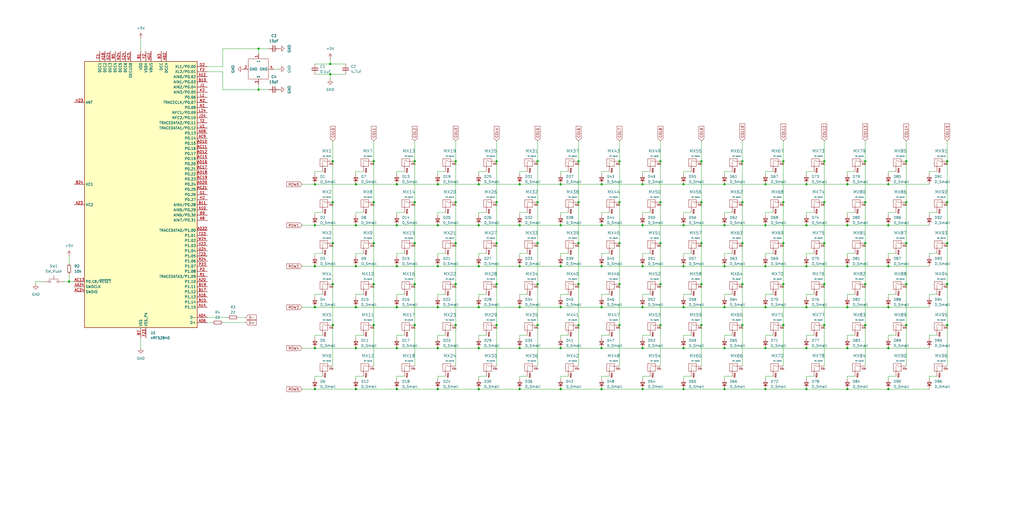
<source format=kicad_sch>
(kicad_sch (version 20231120) (generator "eeschema") (generator_version "8.0")
  (paper "User" 508 254)
  (title_block (title "YeroKB") (date "2025-02-08"))
  (junction (at 469.9 161.29))
  (junction (at 257.81 152.4))
  (junction (at 408.94 80.01))
  (junction (at 287.02 120.65))
  (junction (at 246.38 80.01))
  (junction (at 217.17 172.72))
  (junction (at 359.41 193.04))
  (junction (at 469.9 80.01))
  (junction (at 128.27 24.13))
  (junction (at 469.9 120.65))
  (junction (at 388.62 100.33))
  (junction (at 156.21 172.72))
  (junction (at 156.21 111.76))
  (junction (at 176.53 132.08))
  (junction (at 185.42 161.29))
  (junction (at 449.58 80.01))
  (junction (at 217.17 193.04))
  (junction (at 156.21 132.08))
  (junction (at 379.73 132.08))
  (junction (at 469.9 140.97))
  (junction (at 34.29 139.7))
  (junction (at 298.45 91.44))
  (junction (at 298.45 111.76))
  (junction (at 237.49 91.44))
  (junction (at 237.49 193.04))
  (junction (at 379.73 193.04))
  (junction (at 165.1 80.01))
  (junction (at 420.37 152.4))
  (junction (at 440.69 132.08))
  (junction (at 266.7 100.33))
  (junction (at 318.77 91.44))
  (junction (at 278.13 193.04))
  (junction (at 400.05 172.72))
  (junction (at 196.85 152.4))
  (junction (at 368.3 140.97))
  (junction (at 440.69 152.4))
  (junction (at 347.98 140.97))
  (junction (at 226.06 80.01))
  (junction (at 347.98 80.01))
  (junction (at 339.09 111.76))
  (junction (at 400.05 193.04))
  (junction (at 217.17 91.44))
  (junction (at 440.69 91.44))
  (junction (at 388.62 161.29))
  (junction (at 217.17 132.08))
  (junction (at 359.41 152.4))
  (junction (at 176.53 91.44))
  (junction (at 449.58 100.33))
  (junction (at 347.98 100.33))
  (junction (at 327.66 140.97))
  (junction (at 298.45 193.04))
  (junction (at 185.42 120.65))
  (junction (at 347.98 161.29))
  (junction (at 429.26 100.33))
  (junction (at 266.7 140.97))
  (junction (at 327.66 120.65))
  (junction (at 388.62 80.01))
  (junction (at 379.73 91.44))
  (junction (at 185.42 100.33))
  (junction (at 327.66 80.01))
  (junction (at 388.62 140.97))
  (junction (at 266.7 161.29))
  (junction (at 278.13 152.4))
  (junction (at 420.37 172.72))
  (junction (at 408.94 161.29))
  (junction (at 327.66 100.33))
  (junction (at 307.34 80.01))
  (junction (at 347.98 120.65))
  (junction (at 327.66 161.29))
  (junction (at 185.42 140.97))
  (junction (at 196.85 172.72))
  (junction (at 440.69 111.76))
  (junction (at 246.38 100.33))
  (junction (at 205.74 80.01))
  (junction (at 287.02 140.97))
  (junction (at 440.69 193.04))
  (junction (at 163.83 31.75))
  (junction (at 217.17 111.76))
  (junction (at 359.41 132.08))
  (junction (at 246.38 161.29))
  (junction (at 196.85 111.76))
  (junction (at 359.41 172.72))
  (junction (at 278.13 132.08))
  (junction (at 420.37 132.08))
  (junction (at 420.37 91.44))
  (junction (at 339.09 193.04))
  (junction (at 205.74 140.97))
  (junction (at 257.81 91.44))
  (junction (at 368.3 120.65))
  (junction (at 400.05 91.44))
  (junction (at 246.38 120.65))
  (junction (at 307.34 140.97))
  (junction (at 278.13 172.72))
  (junction (at 469.9 100.33))
  (junction (at 128.27 44.45))
  (junction (at 165.1 140.97))
  (junction (at 298.45 172.72))
  (junction (at 237.49 132.08))
  (junction (at 237.49 111.76))
  (junction (at 379.73 111.76))
  (junction (at 449.58 161.29))
  (junction (at 400.05 132.08))
  (junction (at 165.1 120.65))
  (junction (at 205.74 100.33))
  (junction (at 217.17 152.4))
  (junction (at 359.41 111.76))
  (junction (at 226.06 100.33))
  (junction (at 318.77 132.08))
  (junction (at 318.77 111.76))
  (junction (at 379.73 172.72))
  (junction (at 298.45 152.4))
  (junction (at 420.37 193.04))
  (junction (at 429.26 80.01))
  (junction (at 196.85 132.08))
  (junction (at 237.49 152.4))
  (junction (at 318.77 172.72))
  (junction (at 429.26 140.97))
  (junction (at 156.21 91.44))
  (junction (at 176.53 111.76))
  (junction (at 156.21 193.04))
  (junction (at 246.38 140.97))
  (junction (at 307.34 100.33))
  (junction (at 185.42 80.01))
  (junction (at 307.34 161.29))
  (junction (at 449.58 140.97))
  (junction (at 156.21 152.4))
  (junction (at 429.26 120.65))
  (junction (at 359.41 91.44))
  (junction (at 368.3 100.33))
  (junction (at 429.26 161.29))
  (junction (at 237.49 172.72))
  (junction (at 287.02 80.01))
  (junction (at 205.74 161.29))
  (junction (at 339.09 152.4))
  (junction (at 420.37 111.76))
  (junction (at 318.77 193.04))
  (junction (at 318.77 152.4))
  (junction (at 176.53 152.4))
  (junction (at 400.05 152.4))
  (junction (at 278.13 111.76))
  (junction (at 287.02 100.33))
  (junction (at 298.45 132.08))
  (junction (at 196.85 91.44))
  (junction (at 449.58 120.65))
  (junction (at 205.74 120.65))
  (junction (at 226.06 140.97))
  (junction (at 176.53 172.72))
  (junction (at 368.3 80.01))
  (junction (at 278.13 91.44))
  (junction (at 368.3 161.29))
  (junction (at 440.69 172.72))
  (junction (at 196.85 193.04))
  (junction (at 287.02 161.29))
  (junction (at 400.05 111.76))
  (junction (at 339.09 91.44))
  (junction (at 163.83 36.83))
  (junction (at 266.7 120.65))
  (junction (at 226.06 161.29))
  (junction (at 339.09 132.08))
  (junction (at 307.34 120.65))
  (junction (at 379.73 152.4))
  (junction (at 408.94 140.97))
  (junction (at 165.1 100.33))
  (junction (at 176.53 193.04))
  (junction (at 339.09 172.72))
  (junction (at 257.81 193.04))
  (junction (at 388.62 120.65))
  (junction (at 266.7 80.01))
  (junction (at 257.81 172.72))
  (junction (at 257.81 111.76))
  (junction (at 226.06 120.65))
  (junction (at 408.94 120.65))
  (junction (at 257.81 132.08))
  (junction (at 408.94 100.33))
  (junction (at 165.1 161.29))
  (wire (pts (xy 408.94 140.97) (xy 408.94 161.29)))
  (wire (pts (xy 226.06 120.65) (xy 226.06 140.97)))
  (wire (pts (xy 217.17 86.36) (xy 217.17 85.09)))
  (wire (pts (xy 379.73 127) (xy 379.73 125.73)))
  (wire (pts (xy 196.85 127) (xy 196.85 125.73)))
  (wire (pts (xy 318.77 187.96) (xy 318.77 186.69)))
  (wire (pts (xy 217.17 193.04) (xy 237.49 193.04)))
  (wire (pts (xy 246.38 100.33) (xy 246.38 120.65)))
  (wire (pts (xy 440.69 187.96) (xy 440.69 186.69)))
  (wire (pts (xy 449.58 120.65) (xy 449.58 140.97)))
  (wire (pts (xy 287.02 80.01) (xy 287.02 100.33)))
  (wire (pts (xy 339.09 127) (xy 339.09 125.73)))
  (wire (pts (xy 440.69 172.72) (xy 461.01 172.72)))
  (wire (pts (xy 400.05 127) (xy 400.05 125.73)))
  (wire (pts (xy 165.1 69.85) (xy 165.1 80.01)))
  (wire (pts (xy 318.77 172.72) (xy 339.09 172.72)))
  (wire (pts (xy 237.49 172.72) (xy 257.81 172.72)))
  (wire (pts (xy 379.73 152.4) (xy 400.05 152.4)))
  (wire (pts (xy 237.49 111.76) (xy 257.81 111.76)))
  (wire (pts (xy 176.53 166.37) (xy 180.34 166.37)))
  (wire (pts (xy 400.05 193.04) (xy 420.37 193.04)))
  (wire (pts (xy 339.09 147.32) (xy 339.09 146.05)))
  (wire (pts (xy 287.02 140.97) (xy 287.02 161.29)))
  (wire (pts (xy 461.01 186.69) (xy 464.82 186.69)))
  (wire (pts (xy 237.49 187.96) (xy 237.49 186.69)))
  (wire (pts (xy 278.13 85.09) (xy 281.94 85.09)))
  (wire (pts (xy 257.81 91.44) (xy 278.13 91.44)))
  (wire (pts (xy 156.21 172.72) (xy 176.53 172.72)))
  (wire (pts (xy 400.05 186.69) (xy 403.86 186.69)))
  (wire (pts (xy 156.21 166.37) (xy 160.02 166.37)))
  (wire (pts (xy 34.29 135.89) (xy 34.29 139.7)))
  (wire (pts (xy 368.3 140.97) (xy 368.3 161.29)))
  (wire (pts (xy 318.77 125.73) (xy 322.58 125.73)))
  (wire (pts (xy 278.13 106.68) (xy 278.13 105.41)))
  (wire (pts (xy 217.17 187.96) (xy 217.17 186.69)))
  (wire (pts (xy 379.73 85.09) (xy 383.54 85.09)))
  (wire (pts (xy 217.17 105.41) (xy 220.98 105.41)))
  (wire (pts (xy 266.7 80.01) (xy 266.7 100.33)))
  (wire (pts (xy 34.29 139.7) (xy 36.83 139.7)))
  (wire (pts (xy 298.45 152.4) (xy 318.77 152.4)))
  (wire (pts (xy 278.13 187.96) (xy 278.13 186.69)))
  (wire (pts (xy 196.85 147.32) (xy 196.85 146.05)))
  (wire (pts (xy 318.77 111.76) (xy 339.09 111.76)))
  (wire (pts (xy 461.01 86.36) (xy 461.01 85.09)))
  (wire (pts (xy 298.45 147.32) (xy 298.45 146.05)))
  (wire (pts (xy 408.94 161.29) (xy 408.94 181.61)))
  (wire (pts (xy 461.01 146.05) (xy 464.82 146.05)))
  (wire (pts (xy 196.85 187.96) (xy 196.85 186.69)))
  (wire (pts (xy 176.53 172.72) (xy 196.85 172.72)))
  (wire (pts (xy 440.69 166.37) (xy 444.5 166.37)))
  (wire (pts (xy 217.17 152.4) (xy 237.49 152.4)))
  (wire (pts (xy 440.69 146.05) (xy 444.5 146.05)))
  (wire (pts (xy 246.38 140.97) (xy 246.38 161.29)))
  (wire (pts (xy 318.77 85.09) (xy 322.58 85.09)))
  (wire (pts (xy 226.06 100.33) (xy 226.06 120.65)))
  (wire (pts (xy 420.37 172.72) (xy 440.69 172.72)))
  (wire (pts (xy 388.62 120.65) (xy 388.62 140.97)))
  (wire (pts (xy 257.81 105.41) (xy 261.62 105.41)))
  (wire (pts (xy 196.85 193.04) (xy 217.17 193.04)))
  (wire (pts (xy 257.81 85.09) (xy 261.62 85.09)))
  (wire (pts (xy 217.17 125.73) (xy 220.98 125.73)))
  (wire (pts (xy 359.41 193.04) (xy 379.73 193.04)))
  (wire (pts (xy 102.87 35.56) (xy 110.49 35.56)))
  (wire (pts (xy 388.62 140.97) (xy 388.62 161.29)))
  (wire (pts (xy 298.45 193.04) (xy 318.77 193.04)))
  (wire (pts (xy 408.94 100.33) (xy 408.94 120.65)))
  (wire (pts (xy 257.81 152.4) (xy 278.13 152.4)))
  (wire (pts (xy 440.69 132.08) (xy 461.01 132.08)))
  (wire (pts (xy 257.81 167.64) (xy 257.81 166.37)))
  (wire (pts (xy 298.45 125.73) (xy 302.26 125.73)))
  (wire (pts (xy 388.62 161.29) (xy 388.62 181.61)))
  (wire (pts (xy 246.38 161.29) (xy 246.38 181.61)))
  (wire (pts (xy 217.17 111.76) (xy 237.49 111.76)))
  (wire (pts (xy 257.81 193.04) (xy 278.13 193.04)))
  (wire (pts (xy 339.09 172.72) (xy 359.41 172.72)))
  (wire (pts (xy 461.01 106.68) (xy 461.01 105.41)))
  (wire (pts (xy 379.73 132.08) (xy 400.05 132.08)))
  (wire (pts (xy 379.73 193.04) (xy 400.05 193.04)))
  (wire (pts (xy 339.09 166.37) (xy 342.9 166.37)))
  (wire (pts (xy 318.77 91.44) (xy 339.09 91.44)))
  (wire (pts (xy 257.81 147.32) (xy 257.81 146.05)))
  (wire (pts (xy 318.77 193.04) (xy 339.09 193.04)))
  (wire (pts (xy 165.1 140.97) (xy 165.1 161.29)))
  (wire (pts (xy 165.1 100.33) (xy 165.1 120.65)))
  (wire (pts (xy 156.21 147.32) (xy 156.21 146.05)))
  (wire (pts (xy 149.86 132.08) (xy 156.21 132.08)))
  (wire (pts (xy 429.26 80.01) (xy 429.26 100.33)))
  (wire (pts (xy 449.58 140.97) (xy 449.58 161.29)))
  (wire (pts (xy 266.7 140.97) (xy 266.7 161.29)))
  (wire (pts (xy 257.81 186.69) (xy 261.62 186.69)))
  (wire (pts (xy 110.49 24.13) (xy 128.27 24.13)))
  (wire (pts (xy 176.53 147.32) (xy 176.53 146.05)))
  (wire (pts (xy 440.69 167.64) (xy 440.69 166.37)))
  (wire (pts (xy 449.58 100.33) (xy 449.58 120.65)))
  (wire (pts (xy 196.85 186.69) (xy 200.66 186.69)))
  (wire (pts (xy 163.83 29.21) (xy 163.83 31.75)))
  (wire (pts (xy 287.02 161.29) (xy 287.02 181.61)))
  (wire (pts (xy 69.85 167.64) (xy 69.85 172.72)))
  (wire (pts (xy 339.09 193.04) (xy 359.41 193.04)))
  (wire (pts (xy 429.26 120.65) (xy 429.26 140.97)))
  (wire (pts (xy 379.73 125.73) (xy 383.54 125.73)))
  (wire (pts (xy 237.49 86.36) (xy 237.49 85.09)))
  (wire (pts (xy 359.41 187.96) (xy 359.41 186.69)))
  (wire (pts (xy 420.37 167.64) (xy 420.37 166.37)))
  (wire (pts (xy 118.11 157.48) (xy 121.92 157.48)))
  (wire (pts (xy 149.86 91.44) (xy 156.21 91.44)))
  (wire (pts (xy 176.53 132.08) (xy 196.85 132.08)))
  (wire (pts (xy 298.45 186.69) (xy 302.26 186.69)))
  (wire (pts (xy 318.77 152.4) (xy 339.09 152.4)))
  (wire (pts (xy 339.09 187.96) (xy 339.09 186.69)))
  (wire (pts (xy 339.09 91.44) (xy 359.41 91.44)))
  (wire (pts (xy 278.13 193.04) (xy 298.45 193.04)))
  (wire (pts (xy 226.06 161.29) (xy 226.06 181.61)))
  (wire (pts (xy 440.69 152.4) (xy 461.01 152.4)))
  (wire (pts (xy 133.35 24.13) (xy 128.27 24.13)))
  (wire (pts (xy 420.37 187.96) (xy 420.37 186.69)))
  (wire (pts (xy 440.69 85.09) (xy 444.5 85.09)))
  (wire (pts (xy 359.41 127) (xy 359.41 125.73)))
  (wire (pts (xy 217.17 166.37) (xy 220.98 166.37)))
  (wire (pts (xy 400.05 91.44) (xy 420.37 91.44)))
  (wire (pts (xy 298.45 111.76) (xy 318.77 111.76)))
  (wire (pts (xy 205.74 120.65) (xy 205.74 140.97)))
  (wire (pts (xy 165.1 120.65) (xy 165.1 140.97)))
  (wire (pts (xy 205.74 140.97) (xy 205.74 161.29)))
  (wire (pts (xy 408.94 120.65) (xy 408.94 140.97)))
  (wire (pts (xy 318.77 127) (xy 318.77 125.73)))
  (wire (pts (xy 237.49 127) (xy 237.49 125.73)))
  (wire (pts (xy 176.53 111.76) (xy 196.85 111.76)))
  (wire (pts (xy 156.21 111.76) (xy 176.53 111.76)))
  (wire (pts (xy 156.21 167.64) (xy 156.21 166.37)))
  (wire (pts (xy 156.21 31.75) (xy 163.83 31.75)))
  (wire (pts (xy 278.13 166.37) (xy 281.94 166.37)))
  (wire (pts (xy 298.45 85.09) (xy 302.26 85.09)))
  (wire (pts (xy 176.53 193.04) (xy 196.85 193.04)))
  (wire (pts (xy 400.05 86.36) (xy 400.05 85.09)))
  (wire (pts (xy 388.62 100.33) (xy 388.62 120.65)))
  (wire (pts (xy 217.17 127) (xy 217.17 125.73)))
  (wire (pts (xy 298.45 132.08) (xy 318.77 132.08)))
  (wire (pts (xy 327.66 140.97) (xy 327.66 161.29)))
  (wire (pts (xy 196.85 172.72) (xy 217.17 172.72)))
  (wire (pts (xy 420.37 111.76) (xy 440.69 111.76)))
  (wire (pts (xy 440.69 147.32) (xy 440.69 146.05)))
  (wire (pts (xy 257.81 172.72) (xy 278.13 172.72)))
  (wire (pts (xy 237.49 147.32) (xy 237.49 146.05)))
  (wire (pts (xy 420.37 125.73) (xy 424.18 125.73)))
  (wire (pts (xy 278.13 172.72) (xy 298.45 172.72)))
  (wire (pts (xy 429.26 140.97) (xy 429.26 161.29)))
  (wire (pts (xy 278.13 91.44) (xy 298.45 91.44)))
  (wire (pts (xy 287.02 69.85) (xy 287.02 80.01)))
  (wire (pts (xy 196.85 146.05) (xy 200.66 146.05)))
  (wire (pts (xy 379.73 91.44) (xy 400.05 91.44)))
  (wire (pts (xy 368.3 120.65) (xy 368.3 140.97)))
  (wire (pts (xy 205.74 69.85) (xy 205.74 80.01)))
  (wire (pts (xy 205.74 161.29) (xy 205.74 181.61)))
  (wire (pts (xy 185.42 140.97) (xy 185.42 161.29)))
  (wire (pts (xy 237.49 146.05) (xy 241.3 146.05)))
  (wire (pts (xy 359.41 106.68) (xy 359.41 105.41)))
  (wire (pts (xy 266.7 120.65) (xy 266.7 140.97)))
  (wire (pts (xy 176.53 187.96) (xy 176.53 186.69)))
  (wire (pts (xy 217.17 147.32) (xy 217.17 146.05)))
  (wire (pts (xy 469.9 100.33) (xy 469.9 120.65)))
  (wire (pts (xy 408.94 69.85) (xy 408.94 80.01)))
  (wire (pts (xy 196.85 86.36) (xy 196.85 85.09)))
  (wire (pts (xy 237.49 132.08) (xy 257.81 132.08)))
  (wire (pts (xy 278.13 86.36) (xy 278.13 85.09)))
  (wire (pts (xy 205.74 100.33) (xy 205.74 120.65)))
  (wire (pts (xy 339.09 152.4) (xy 359.41 152.4)))
  (wire (pts (xy 226.06 80.01) (xy 226.06 100.33)))
  (wire (pts (xy 138.43 34.29) (xy 135.89 34.29)))
  (wire (pts (xy 156.21 193.04) (xy 176.53 193.04)))
  (wire (pts (xy 185.42 120.65) (xy 185.42 140.97)))
  (wire (pts (xy 217.17 146.05) (xy 220.98 146.05)))
  (wire (pts (xy 347.98 69.85) (xy 347.98 80.01)))
  (wire (pts (xy 287.02 100.33) (xy 287.02 120.65)))
  (wire (pts (xy 408.94 80.01) (xy 408.94 100.33)))
  (wire (pts (xy 237.49 85.09) (xy 241.3 85.09)))
  (wire (pts (xy 318.77 105.41) (xy 322.58 105.41)))
  (wire (pts (xy 163.83 36.83) (xy 171.45 36.83)))
  (wire (pts (xy 110.49 160.02) (xy 121.92 160.02)))
  (wire (pts (xy 469.9 161.29) (xy 469.9 181.61)))
  (wire (pts (xy 359.41 172.72) (xy 379.73 172.72)))
  (wire (pts (xy 102.87 160.02) (xy 105.41 160.02)))
  (wire (pts (xy 359.41 167.64) (xy 359.41 166.37)))
  (wire (pts (xy 307.34 69.85) (xy 307.34 80.01)))
  (wire (pts (xy 102.87 33.02) (xy 110.49 33.02)))
  (wire (pts (xy 440.69 91.44) (xy 461.01 91.44)))
  (wire (pts (xy 278.13 127) (xy 278.13 125.73)))
  (wire (pts (xy 449.58 80.01) (xy 449.58 100.33)))
  (wire (pts (xy 327.66 100.33) (xy 327.66 120.65)))
  (wire (pts (xy 359.41 146.05) (xy 363.22 146.05)))
  (wire (pts (xy 196.85 91.44) (xy 217.17 91.44)))
  (wire (pts (xy 266.7 161.29) (xy 266.7 181.61)))
  (wire (pts (xy 379.73 187.96) (xy 379.73 186.69)))
  (wire (pts (xy 257.81 106.68) (xy 257.81 105.41)))
  (wire (pts (xy 156.21 187.96) (xy 156.21 186.69)))
  (wire (pts (xy 469.9 80.01) (xy 469.9 100.33)))
  (wire (pts (xy 318.77 132.08) (xy 339.09 132.08)))
  (wire (pts (xy 327.66 120.65) (xy 327.66 140.97)))
  (wire (pts (xy 359.41 91.44) (xy 379.73 91.44)))
  (wire (pts (xy 278.13 147.32) (xy 278.13 146.05)))
  (wire (pts (xy 298.45 86.36) (xy 298.45 85.09)))
  (wire (pts (xy 461.01 85.09) (xy 464.82 85.09)))
  (wire (pts (xy 226.06 140.97) (xy 226.06 161.29)))
  (wire (pts (xy 34.29 127) (xy 34.29 130.81)))
  (wire (pts (xy 156.21 91.44) (xy 176.53 91.44)))
  (wire (pts (xy 196.85 167.64) (xy 196.85 166.37)))
  (wire (pts (xy 257.81 86.36) (xy 257.81 85.09)))
  (wire (pts (xy 327.66 161.29) (xy 327.66 181.61)))
  (wire (pts (xy 298.45 127) (xy 298.45 125.73)))
  (wire (pts (xy 176.53 106.68) (xy 176.53 105.41)))
  (wire (pts (xy 368.3 80.01) (xy 368.3 100.33)))
  (wire (pts (xy 185.42 161.29) (xy 185.42 181.61)))
  (wire (pts (xy 176.53 186.69) (xy 180.34 186.69)))
  (wire (pts (xy 359.41 105.41) (xy 363.22 105.41)))
  (wire (pts (xy 196.85 125.73) (xy 200.66 125.73)))
  (wire (pts (xy 298.45 91.44) (xy 318.77 91.44)))
  (wire (pts (xy 461.01 167.64) (xy 461.01 166.37)))
  (wire (pts (xy 307.34 161.29) (xy 307.34 181.61)))
  (wire (pts (xy 298.45 146.05) (xy 302.26 146.05)))
  (wire (pts (xy 379.73 86.36) (xy 379.73 85.09)))
  (wire (pts (xy 400.05 132.08) (xy 420.37 132.08)))
  (wire (pts (xy 237.49 186.69) (xy 241.3 186.69)))
  (wire (pts (xy 420.37 146.05) (xy 424.18 146.05)))
  (wire (pts (xy 420.37 106.68) (xy 420.37 105.41)))
  (wire (pts (xy 128.27 24.13) (xy 128.27 26.67)))
  (wire (pts (xy 246.38 80.01) (xy 246.38 100.33)))
  (wire (pts (xy 217.17 106.68) (xy 217.17 105.41)))
  (wire (pts (xy 307.34 140.97) (xy 307.34 161.29)))
  (wire (pts (xy 469.9 69.85) (xy 469.9 80.01)))
  (wire (pts (xy 339.09 111.76) (xy 359.41 111.76)))
  (wire (pts (xy 359.41 125.73) (xy 363.22 125.73)))
  (wire (pts (xy 237.49 166.37) (xy 241.3 166.37)))
  (wire (pts (xy 176.53 91.44) (xy 196.85 91.44)))
  (wire (pts (xy 339.09 186.69) (xy 342.9 186.69)))
  (wire (pts (xy 339.09 106.68) (xy 339.09 105.41)))
  (wire (pts (xy 400.05 146.05) (xy 403.86 146.05)))
  (wire (pts (xy 17.78 139.7) (xy 17.78 140.97)))
  (wire (pts (xy 307.34 100.33) (xy 307.34 120.65)))
  (wire (pts (xy 196.85 106.68) (xy 196.85 105.41)))
  (wire (pts (xy 400.05 105.41) (xy 403.86 105.41)))
  (wire (pts (xy 420.37 166.37) (xy 424.18 166.37)))
  (wire (pts (xy 420.37 147.32) (xy 420.37 146.05)))
  (wire (pts (xy 339.09 167.64) (xy 339.09 166.37)))
  (wire (pts (xy 196.85 166.37) (xy 200.66 166.37)))
  (wire (pts (xy 461.01 125.73) (xy 464.82 125.73)))
  (wire (pts (xy 217.17 186.69) (xy 220.98 186.69)))
  (wire (pts (xy 339.09 125.73) (xy 342.9 125.73)))
  (wire (pts (xy 21.59 139.7) (xy 17.78 139.7)))
  (wire (pts (xy 400.05 111.76) (xy 420.37 111.76)))
  (wire (pts (xy 318.77 106.68) (xy 318.77 105.41)))
  (wire (pts (xy 257.81 127) (xy 257.81 125.73)))
  (wire (pts (xy 156.21 146.05) (xy 160.02 146.05)))
  (wire (pts (xy 449.58 161.29) (xy 449.58 181.61)))
  (wire (pts (xy 347.98 140.97) (xy 347.98 161.29)))
  (wire (pts (xy 149.86 193.04) (xy 156.21 193.04)))
  (wire (pts (xy 461.01 187.96) (xy 461.01 186.69)))
  (wire (pts (xy 359.41 85.09) (xy 363.22 85.09)))
  (wire (pts (xy 149.86 111.76) (xy 156.21 111.76)))
  (wire (pts (xy 163.83 31.75) (xy 171.45 31.75)))
  (wire (pts (xy 440.69 106.68) (xy 440.69 105.41)))
  (wire (pts (xy 156.21 85.09) (xy 160.02 85.09)))
  (wire (pts (xy 307.34 80.01) (xy 307.34 100.33)))
  (wire (pts (xy 379.73 111.76) (xy 400.05 111.76)))
  (wire (pts (xy 420.37 132.08) (xy 440.69 132.08)))
  (wire (pts (xy 149.86 152.4) (xy 156.21 152.4)))
  (wire (pts (xy 278.13 167.64) (xy 278.13 166.37)))
  (wire (pts (xy 185.42 80.01) (xy 185.42 100.33)))
  (wire (pts (xy 217.17 85.09) (xy 220.98 85.09)))
  (wire (pts (xy 339.09 86.36) (xy 339.09 85.09)))
  (wire (pts (xy 128.27 44.45) (xy 133.35 44.45)))
  (wire (pts (xy 217.17 91.44) (xy 237.49 91.44)))
  (wire (pts (xy 156.21 152.4) (xy 176.53 152.4)))
  (wire (pts (xy 368.3 69.85) (xy 368.3 80.01)))
  (wire (pts (xy 379.73 166.37) (xy 383.54 166.37)))
  (wire (pts (xy 339.09 105.41) (xy 342.9 105.41)))
  (wire (pts (xy 298.45 187.96) (xy 298.45 186.69)))
  (wire (pts (xy 440.69 186.69) (xy 444.5 186.69)))
  (wire (pts (xy 156.21 132.08) (xy 176.53 132.08)))
  (wire (pts (xy 298.45 105.41) (xy 302.26 105.41)))
  (wire (pts (xy 176.53 146.05) (xy 180.34 146.05)))
  (wire (pts (xy 257.81 125.73) (xy 261.62 125.73)))
  (wire (pts (xy 440.69 86.36) (xy 440.69 85.09)))
  (wire (pts (xy 420.37 152.4) (xy 440.69 152.4)))
  (wire (pts (xy 156.21 105.41) (xy 160.02 105.41)))
  (wire (pts (xy 156.21 127) (xy 156.21 125.73)))
  (wire (pts (xy 278.13 152.4) (xy 298.45 152.4)))
  (wire (pts (xy 327.66 80.01) (xy 327.66 100.33)))
  (wire (pts (xy 110.49 33.02) (xy 110.49 24.13)))
  (wire (pts (xy 149.86 172.72) (xy 156.21 172.72)))
  (wire (pts (xy 461.01 105.41) (xy 464.82 105.41)))
  (wire (pts (xy 469.9 140.97) (xy 469.9 161.29)))
  (wire (pts (xy 461.01 127) (xy 461.01 125.73)))
  (wire (pts (xy 429.26 161.29) (xy 429.26 181.61)))
  (wire (pts (xy 176.53 85.09) (xy 180.34 85.09)))
  (wire (pts (xy 237.49 167.64) (xy 237.49 166.37)))
  (wire (pts (xy 339.09 132.08) (xy 359.41 132.08)))
  (wire (pts (xy 278.13 105.41) (xy 281.94 105.41)))
  (wire (pts (xy 359.41 111.76) (xy 379.73 111.76)))
  (wire (pts (xy 156.21 86.36) (xy 156.21 85.09)))
  (wire (pts (xy 379.73 146.05) (xy 383.54 146.05)))
  (wire (pts (xy 176.53 105.41) (xy 180.34 105.41)))
  (wire (pts (xy 165.1 80.01) (xy 165.1 100.33)))
  (wire (pts (xy 339.09 146.05) (xy 342.9 146.05)))
  (wire (pts (xy 165.1 161.29) (xy 165.1 181.61)))
  (wire (pts (xy 266.7 69.85) (xy 266.7 80.01)))
  (wire (pts (xy 400.05 167.64) (xy 400.05 166.37)))
  (wire (pts (xy 156.21 186.69) (xy 160.02 186.69)))
  (wire (pts (xy 176.53 167.64) (xy 176.53 166.37)))
  (wire (pts (xy 205.74 80.01) (xy 205.74 100.33)))
  (wire (pts (xy 318.77 147.32) (xy 318.77 146.05)))
  (wire (pts (xy 379.73 147.32) (xy 379.73 146.05)))
  (wire (pts (xy 420.37 85.09) (xy 424.18 85.09)))
  (wire (pts (xy 307.34 120.65) (xy 307.34 140.97)))
  (wire (pts (xy 400.05 166.37) (xy 403.86 166.37)))
  (wire (pts (xy 217.17 167.64) (xy 217.17 166.37)))
  (wire (pts (xy 287.02 120.65) (xy 287.02 140.97)))
  (wire (pts (xy 278.13 132.08) (xy 298.45 132.08)))
  (wire (pts (xy 420.37 127) (xy 420.37 125.73)))
  (wire (pts (xy 278.13 125.73) (xy 281.94 125.73)))
  (wire (pts (xy 347.98 100.33) (xy 347.98 120.65)))
  (wire (pts (xy 440.69 105.41) (xy 444.5 105.41)))
  (wire (pts (xy 440.69 125.73) (xy 444.5 125.73)))
  (wire (pts (xy 318.77 167.64) (xy 318.77 166.37)))
  (wire (pts (xy 429.26 100.33) (xy 429.26 120.65)))
  (wire (pts (xy 379.73 186.69) (xy 383.54 186.69)))
  (wire (pts (xy 440.69 111.76) (xy 461.01 111.76)))
  (wire (pts (xy 420.37 186.69) (xy 424.18 186.69)))
  (wire (pts (xy 196.85 85.09) (xy 200.66 85.09)))
  (wire (pts (xy 400.05 125.73) (xy 403.86 125.73)))
  (wire (pts (xy 176.53 127) (xy 176.53 125.73)))
  (wire (pts (xy 449.58 69.85) (xy 449.58 80.01)))
  (wire (pts (xy 400.05 85.09) (xy 403.86 85.09)))
  (wire (pts (xy 176.53 125.73) (xy 180.34 125.73)))
  (wire (pts (xy 388.62 69.85) (xy 388.62 80.01)))
  (wire (pts (xy 359.41 132.08) (xy 379.73 132.08)))
  (wire (pts (xy 246.38 69.85) (xy 246.38 80.01)))
  (wire (pts (xy 156.21 36.83) (xy 163.83 36.83)))
  (wire (pts (xy 298.45 166.37) (xy 302.26 166.37)))
  (wire (pts (xy 461.01 166.37) (xy 464.82 166.37)))
  (wire (pts (xy 420.37 105.41) (xy 424.18 105.41)))
  (wire (pts (xy 31.75 139.7) (xy 34.29 139.7)))
  (wire (pts (xy 226.06 69.85) (xy 226.06 80.01)))
  (wire (pts (xy 278.13 186.69) (xy 281.94 186.69)))
  (wire (pts (xy 400.05 172.72) (xy 420.37 172.72)))
  (wire (pts (xy 440.69 193.04) (xy 461.01 193.04)))
  (wire (pts (xy 196.85 105.41) (xy 200.66 105.41)))
  (wire (pts (xy 237.49 152.4) (xy 257.81 152.4)))
  (wire (pts (xy 176.53 152.4) (xy 196.85 152.4)))
  (wire (pts (xy 163.83 36.83) (xy 163.83 39.37)))
  (wire (pts (xy 278.13 111.76) (xy 298.45 111.76)))
  (wire (pts (xy 429.26 69.85) (xy 429.26 80.01)))
  (wire (pts (xy 339.09 85.09) (xy 342.9 85.09)))
  (wire (pts (xy 110.49 44.45) (xy 128.27 44.45)))
  (wire (pts (xy 388.62 80.01) (xy 388.62 100.33)))
  (wire (pts (xy 469.9 120.65) (xy 469.9 140.97)))
  (wire (pts (xy 298.45 172.72) (xy 318.77 172.72)))
  (wire (pts (xy 102.87 157.48) (xy 113.03 157.48)))
  (wire (pts (xy 420.37 86.36) (xy 420.37 85.09)))
  (wire (pts (xy 156.21 125.73) (xy 160.02 125.73)))
  (wire (pts (xy 246.38 120.65) (xy 246.38 140.97)))
  (wire (pts (xy 257.81 111.76) (xy 278.13 111.76)))
  (wire (pts (xy 400.05 152.4) (xy 420.37 152.4)))
  (wire (pts (xy 318.77 86.36) (xy 318.77 85.09)))
  (wire (pts (xy 217.17 132.08) (xy 237.49 132.08)))
  (wire (pts (xy 347.98 120.65) (xy 347.98 140.97)))
  (wire (pts (xy 327.66 69.85) (xy 327.66 80.01)))
  (wire (pts (xy 400.05 106.68) (xy 400.05 105.41)))
  (wire (pts (xy 359.41 186.69) (xy 363.22 186.69)))
  (wire (pts (xy 368.3 100.33) (xy 368.3 120.65)))
  (wire (pts (xy 318.77 186.69) (xy 322.58 186.69)))
  (wire (pts (xy 440.69 127) (xy 440.69 125.73)))
  (wire (pts (xy 257.81 166.37) (xy 261.62 166.37)))
  (wire (pts (xy 298.45 167.64) (xy 298.45 166.37)))
  (wire (pts (xy 298.45 106.68) (xy 298.45 105.41)))
  (wire (pts (xy 379.73 106.68) (xy 379.73 105.41)))
  (wire (pts (xy 196.85 111.76) (xy 217.17 111.76)))
  (wire (pts (xy 461.01 147.32) (xy 461.01 146.05)))
  (wire (pts (xy 237.49 193.04) (xy 257.81 193.04)))
  (wire (pts (xy 359.41 166.37) (xy 363.22 166.37)))
  (wire (pts (xy 400.05 187.96) (xy 400.05 186.69)))
  (wire (pts (xy 318.77 146.05) (xy 322.58 146.05)))
  (wire (pts (xy 278.13 146.05) (xy 281.94 146.05)))
  (wire (pts (xy 359.41 86.36) (xy 359.41 85.09)))
  (wire (pts (xy 217.17 172.72) (xy 237.49 172.72)))
  (wire (pts (xy 400.05 147.32) (xy 400.05 146.05)))
  (wire (pts (xy 196.85 152.4) (xy 217.17 152.4)))
  (wire (pts (xy 237.49 105.41) (xy 241.3 105.41)))
  (wire (pts (xy 185.42 69.85) (xy 185.42 80.01)))
  (wire (pts (xy 196.85 132.08) (xy 217.17 132.08)))
  (wire (pts (xy 257.81 187.96) (xy 257.81 186.69)))
  (wire (pts (xy 379.73 167.64) (xy 379.73 166.37)))
  (wire (pts (xy 379.73 105.41) (xy 383.54 105.41)))
  (wire (pts (xy 347.98 80.01) (xy 347.98 100.33)))
  (wire (pts (xy 379.73 172.72) (xy 400.05 172.72)))
  (wire (pts (xy 347.98 161.29) (xy 347.98 181.61)))
  (wire (pts (xy 368.3 161.29) (xy 368.3 181.61)))
  (wire (pts (xy 185.42 100.33) (xy 185.42 120.65)))
  (wire (pts (xy 420.37 91.44) (xy 440.69 91.44)))
  (wire (pts (xy 110.49 35.56) (xy 110.49 44.45)))
  (wire (pts (xy 237.49 125.73) (xy 241.3 125.73)))
  (wire (pts (xy 359.41 147.32) (xy 359.41 146.05)))
  (wire (pts (xy 176.53 86.36) (xy 176.53 85.09)))
  (wire (pts (xy 237.49 91.44) (xy 257.81 91.44)))
  (wire (pts (xy 69.85 19.05) (xy 69.85 25.4)))
  (wire (pts (xy 266.7 100.33) (xy 266.7 120.65)))
  (wire (pts (xy 257.81 132.08) (xy 278.13 132.08)))
  (wire (pts (xy 257.81 146.05) (xy 261.62 146.05)))
  (wire (pts (xy 359.41 152.4) (xy 379.73 152.4)))
  (wire (pts (xy 318.77 166.37) (xy 322.58 166.37)))
  (wire (pts (xy 128.27 44.45) (xy 128.27 41.91)))
  (wire (pts (xy 420.37 193.04) (xy 440.69 193.04)))
  (wire (pts (xy 156.21 106.68) (xy 156.21 105.41)))
  (wire (pts (xy 237.49 106.68) (xy 237.49 105.41)))
  (global_label "COL5" (shape input) (at 266.7 69.85 90) (property "Intersheetrefs" "${INTERSHEET_REFS}" (effects (hide yes))))
  (global_label "ROW3" (shape input) (at 149.86 152.4 180) (property "Intersheetrefs" "${INTERSHEET_REFS}" (effects (hide yes))))
  (global_label "D-" (shape input) (at 121.92 157.48 0) (property "Intersheetrefs" "${INTERSHEET_REFS}" (effects (hide yes))))
  (global_label "COL2" (shape input) (at 205.74 69.85 90) (property "Intersheetrefs" "${INTERSHEET_REFS}" (effects (hide yes))))
  (global_label "ROW2" (shape input) (at 149.86 132.08 180) (property "Intersheetrefs" "${INTERSHEET_REFS}" (effects (hide yes))))
  (global_label "COL3" (shape input) (at 226.06 69.85 90) (property "Intersheetrefs" "${INTERSHEET_REFS}" (effects (hide yes))))
  (global_label "COL14" (shape input) (at 449.58 69.85 90) (property "Intersheetrefs" "${INTERSHEET_REFS}" (effects (hide yes))))
  (global_label "COL0" (shape input) (at 165.1 69.85 90) (property "Intersheetrefs" "${INTERSHEET_REFS}" (effects (hide yes))))
  (global_label "COL15" (shape input) (at 469.9 69.85 90) (property "Intersheetrefs" "${INTERSHEET_REFS}" (effects (hide yes))))
  (global_label "COL11" (shape input) (at 388.62 69.85 90) (property "Intersheetrefs" "${INTERSHEET_REFS}" (effects (hide yes))))
  (global_label "ROW1" (shape input) (at 149.86 111.76 180) (property "Intersheetrefs" "${INTERSHEET_REFS}" (effects (hide yes))))
  (global_label "COL6" (shape input) (at 287.02 69.85 90) (property "Intersheetrefs" "${INTERSHEET_REFS}" (effects (hide yes))))
  (global_label "COL9" (shape input) (at 347.98 69.85 90) (property "Intersheetrefs" "${INTERSHEET_REFS}" (effects (hide yes))))
  (global_label "COL12" (shape input) (at 408.94 69.85 90) (property "Intersheetrefs" "${INTERSHEET_REFS}" (effects (hide yes))))
  (global_label "ROW4" (shape input) (at 149.86 172.72 180) (property "Intersheetrefs" "${INTERSHEET_REFS}" (effects (hide yes))))
  (global_label "ROW0" (shape input) (at 149.86 91.44 180) (property "Intersheetrefs" "${INTERSHEET_REFS}" (effects (hide yes))))
  (global_label "COL13" (shape input) (at 429.26 69.85 90) (property "Intersheetrefs" "${INTERSHEET_REFS}" (effects (hide yes))))
  (global_label "COL7" (shape input) (at 307.34 69.85 90) (property "Intersheetrefs" "${INTERSHEET_REFS}" (effects (hide yes))))
  (global_label "ROW5" (shape input) (at 149.86 193.04 180) (property "Intersheetrefs" "${INTERSHEET_REFS}" (effects (hide yes))))
  (global_label "COL10" (shape input) (at 368.3 69.85 90) (property "Intersheetrefs" "${INTERSHEET_REFS}" (effects (hide yes))))
  (global_label "COL1" (shape input) (at 185.42 69.85 90) (property "Intersheetrefs" "${INTERSHEET_REFS}" (effects (hide yes))))
  (global_label "COL4" (shape input) (at 246.38 69.85 90) (property "Intersheetrefs" "${INTERSHEET_REFS}" (effects (hide yes))))
  (global_label "D+" (shape input) (at 121.92 160.02 0) (property "Intersheetrefs" "${INTERSHEET_REFS}" (effects (hide yes))))
  (global_label "COL8" (shape input) (at 327.66 69.85 90) (property "Intersheetrefs" "${INTERSHEET_REFS}" (effects (hide yes))))
  (symbol (lib_id "MX_Alps_Hybrid:MX-NoLED") (at 364.49 162.56 0) (unit 1)
    (property "Reference" "MX65" (at 365.3852 156.21 0) (effects (font (size 1.524 1.524))))
    (property "Value" "MX-NoLED" (at 365.3852 158.75 0) (effects (font (size 0.508 0.508))))
  )
  (symbol (lib_id "Device:D_Small") (at 176.53 170.18 90) (unit 1)
    (property "Reference" "D11" (at 179.07 168.9099 90) (effects (justify right)))
    (property "Value" "D_Small" (at 179.07 171.4499 90) (effects (justify right)))
    (property "Description" "Diode, small symbol" (effects (hide yes)))
    (property "Sim.Device" "D" (effects (hide yes)))
    (property "Sim.Pins" "1=K 2=A" (effects (hide yes)))
  )
  (symbol (lib_id "Device:D_Small") (at 237.49 149.86 90) (unit 1)
    (property "Reference" "D28" (at 240.03 148.5899 90) (effects (justify right)))
    (property "Value" "D_Small" (at 240.03 151.1299 90) (effects (justify right)))
    (property "Description" "Diode, small symbol" (effects (hide yes)))
    (property "Sim.Device" "D" (effects (hide yes)))
    (property "Sim.Pins" "1=K 2=A" (effects (hide yes)))
  )
  (symbol (lib_id "YeroComponents:SMD3225-4P") (at 123.19 29.21 270) (unit 1)
    (property "Reference" "U2" (effects (hide yes)))
    (property "Footprint" "Crystal:Crystal_SMD_3225-4Pin_3.2x2.5mm" (effects (hide yes)))
    (property "Datasheet" "https://www.lcsc.com/datasheet/lcsc_datasheet_2304140030_TXC-Corp-7M32000035_C90923.pdf" (effects (hide yes)))
  )
  (symbol (lib_id "Device:D_Small") (at 379.73 149.86 90) (unit 1)
    (property "Reference" "D70" (at 382.27 148.5899 90) (effects (justify right)))
    (property "Value" "D_Small" (at 382.27 151.1299 90) (effects (justify right)))
    (property "Description" "Diode, small symbol" (effects (hide yes)))
    (property "Sim.Device" "D" (effects (hide yes)))
    (property "Sim.Pins" "1=K 2=A" (effects (hide yes)))
  )
  (symbol (lib_id "MX_Alps_Hybrid:MX-NoLED") (at 323.85 142.24 0) (unit 1)
    (property "Reference" "MX52" (at 324.7452 135.89 0) (effects (font (size 1.524 1.524))))
    (property "Value" "MX-NoLED" (at 324.7452 138.43 0) (effects (font (size 0.508 0.508))))
  )
  (symbol (lib_id "Device:D_Small") (at 339.09 149.86 90) (unit 1)
    (property "Reference" "D58" (at 341.63 148.5899 90) (effects (justify right)))
    (property "Value" "D_Small" (at 341.63 151.1299 90) (effects (justify right)))
    (property "Description" "Diode, small symbol" (effects (hide yes)))
    (property "Sim.Device" "D" (effects (hide yes)))
    (property "Sim.Pins" "1=K 2=A" (effects (hide yes)))
  )
  (symbol (lib_id "MX_Alps_Hybrid:MX-NoLED") (at 283.21 162.56 0) (unit 1)
    (property "Reference" "MX41" (at 284.1052 156.21 0) (effects (font (size 1.524 1.524))))
    (property "Value" "MX-NoLED" (at 284.1052 158.75 0) (effects (font (size 0.508 0.508))))
  )
  (symbol (lib_id "MX_Alps_Hybrid:MX-NoLED") (at 181.61 121.92 0) (unit 1)
    (property "Reference" "MX9" (at 182.5052 115.57 0) (effects (font (size 1.524 1.524))))
    (property "Value" "MX-NoLED" (at 182.5052 118.11 0) (effects (font (size 0.508 0.508))))
  )
  (symbol (lib_id "MX_Alps_Hybrid:MX-NoLED") (at 283.21 182.88 0) (unit 1)
    (property "Reference" "MX42" (at 284.1052 176.53 0) (effects (font (size 1.524 1.524))))
    (property "Value" "MX-NoLED" (at 284.1052 179.07 0) (effects (font (size 0.508 0.508))))
  )
  (symbol (lib_id "MX_Alps_Hybrid:MX-NoLED") (at 425.45 182.88 0) (unit 1)
    (property "Reference" "MX84" (at 426.3452 176.53 0) (effects (font (size 1.524 1.524))))
    (property "Value" "MX-NoLED" (at 426.3452 179.07 0) (effects (font (size 0.508 0.508))))
  )
  (symbol (lib_id "Device:D_Small") (at 400.05 190.5 90) (unit 1)
    (property "Reference" "D78" (at 402.59 189.2299 90) (effects (justify right)))
    (property "Value" "D_Small" (at 402.59 191.7699 90) (effects (justify right)))
    (property "Description" "Diode, small symbol" (effects (hide yes)))
    (property "Sim.Device" "D" (effects (hide yes)))
    (property "Sim.Pins" "1=K 2=A" (effects (hide yes)))
  )
  (symbol (lib_id "MX_Alps_Hybrid:MX-NoLED") (at 364.49 101.6 0) (unit 1)
    (property "Reference" "MX62" (at 365.3852 95.25 0) (effects (font (size 1.524 1.524))))
    (property "Value" "MX-NoLED" (at 365.3852 97.79 0) (effects (font (size 0.508 0.508))))
  )
  (symbol (lib_id "Device:D_Small") (at 237.49 129.54 90) (unit 1)
    (property "Reference" "D27" (at 240.03 128.2699 90) (effects (justify right)))
    (property "Value" "D_Small" (at 240.03 130.8099 90) (effects (justify right)))
    (property "Description" "Diode, small symbol" (effects (hide yes)))
    (property "Sim.Device" "D" (effects (hide yes)))
    (property "Sim.Pins" "1=K 2=A" (effects (hide yes)))
  )
  (symbol (lib_id "Device:D_Small") (at 461.01 88.9 90) (unit 1)
    (property "Reference" "D91" (at 463.55 87.6299 90) (effects (justify right)))
    (property "Value" "D_Small" (at 463.55 90.1699 90) (effects (justify right)))
    (property "Description" "Diode, small symbol" (effects (hide yes)))
    (property "Sim.Device" "D" (effects (hide yes)))
    (property "Sim.Pins" "1=K 2=A" (effects (hide yes)))
  )
  (symbol (lib_id "Device:D_Small") (at 237.49 190.5 90) (unit 1)
    (property "Reference" "D30" (at 240.03 189.2299 90) (effects (justify right)))
    (property "Value" "D_Small" (at 240.03 191.7699 90) (effects (justify right)))
    (property "Description" "Diode, small symbol" (effects (hide yes)))
    (property "Sim.Device" "D" (effects (hide yes)))
    (property "Sim.Pins" "1=K 2=A" (effects (hide yes)))
  )
  (symbol (lib_id "MX_Alps_Hybrid:MX-NoLED") (at 181.61 142.24 0) (unit 1)
    (property "Reference" "MX10" (at 182.5052 135.89 0) (effects (font (size 1.524 1.524))))
    (property "Value" "MX-NoLED" (at 182.5052 138.43 0) (effects (font (size 0.508 0.508))))
  )
  (symbol (lib_id "Device:D_Small") (at 339.09 170.18 90) (unit 1)
    (property "Reference" "D59" (at 341.63 168.9099 90) (effects (justify right)))
    (property "Value" "D_Small" (at 341.63 171.4499 90) (effects (justify right)))
    (property "Description" "Diode, small symbol" (effects (hide yes)))
    (property "Sim.Device" "D" (effects (hide yes)))
    (property "Sim.Pins" "1=K 2=A" (effects (hide yes)))
  )
  (symbol (lib_id "MX_Alps_Hybrid:MX-NoLED") (at 303.53 101.6 0) (unit 1)
    (property "Reference" "MX44" (at 304.4252 95.25 0) (effects (font (size 1.524 1.524))))
    (property "Value" "MX-NoLED" (at 304.4252 97.79 0) (effects (font (size 0.508 0.508))))
  )
  (symbol (lib_id "MX_Alps_Hybrid:MX-NoLED") (at 242.57 81.28 0) (unit 1)
    (property "Reference" "MX25" (at 243.4652 74.93 0) (effects (font (size 1.524 1.524))))
    (property "Value" "MX-NoLED" (at 243.4652 77.47 0) (effects (font (size 0.508 0.508))))
  )
  (symbol (lib_id "MX_Alps_Hybrid:MX-NoLED") (at 405.13 142.24 0) (unit 1)
    (property "Reference" "MX76" (at 406.0252 135.89 0) (effects (font (size 1.524 1.524))))
    (property "Value" "MX-NoLED" (at 406.0252 138.43 0) (effects (font (size 0.508 0.508))))
  )
  (symbol (lib_id "Device:D_Small") (at 461.01 109.22 90) (unit 1)
    (property "Reference" "D92" (at 463.55 107.9499 90) (effects (justify right)))
    (property "Value" "D_Small" (at 463.55 110.4899 90) (effects (justify right)))
    (property "Description" "Diode, small symbol" (effects (hide yes)))
    (property "Sim.Device" "D" (effects (hide yes)))
    (property "Sim.Pins" "1=K 2=A" (effects (hide yes)))
  )
  (symbol (lib_id "MX_Alps_Hybrid:MX-NoLED") (at 262.89 121.92 0) (unit 1)
    (property "Reference" "MX33" (at 263.7852 115.57 0) (effects (font (size 1.524 1.524))))
    (property "Value" "MX-NoLED" (at 263.7852 118.11 0) (effects (font (size 0.508 0.508))))
  )
  (symbol (lib_id "Device:D_Small") (at 298.45 149.86 90) (unit 1)
    (property "Reference" "D46" (at 300.99 148.5899 90) (effects (justify right)))
    (property "Value" "D_Small" (at 300.99 151.1299 90) (effects (justify right)))
    (property "Description" "Diode, small symbol" (effects (hide yes)))
    (property "Sim.Device" "D" (effects (hide yes)))
    (property "Sim.Pins" "1=K 2=A" (effects (hide yes)))
  )
  (symbol (lib_id "power:GND") (at 120.65 34.29 270) (unit 1)
    (property "Reference" "#PWR05" (effects (hide yes)))
    (property "Value" "GND" (at 115.57 34.29 0))
    (property "Description" "Power symbol creates a global label with name \"GND\" , ground" (effects (hide yes)))
  )
  (symbol (lib_id "MX_Alps_Hybrid:MX-NoLED") (at 262.89 142.24 0) (unit 1)
    (property "Reference" "MX34" (at 263.7852 135.89 0) (effects (font (size 1.524 1.524))))
    (property "Value" "MX-NoLED" (at 263.7852 138.43 0) (effects (font (size 0.508 0.508))))
  )
  (symbol (lib_id "MX_Alps_Hybrid:MX-NoLED") (at 222.25 121.92 0) (unit 1)
    (property "Reference" "MX21" (at 223.1452 115.57 0) (effects (font (size 1.524 1.524))))
    (property "Value" "MX-NoLED" (at 223.1452 118.11 0) (effects (font (size 0.508 0.508))))
  )
  (symbol (lib_id "Device:D_Small") (at 176.53 149.86 90) (unit 1)
    (property "Reference" "D10" (at 179.07 148.5899 90) (effects (justify right)))
    (property "Value" "D_Small" (at 179.07 151.1299 90) (effects (justify right)))
    (property "Description" "Diode, small symbol" (effects (hide yes)))
    (property "Sim.Device" "D" (effects (hide yes)))
    (property "Sim.Pins" "1=K 2=A" (effects (hide yes)))
  )
  (symbol (lib_id "Device:D_Small") (at 196.85 129.54 90) (unit 1)
    (property "Reference" "D15" (at 199.39 128.2699 90) (effects (justify right)))
    (property "Value" "D_Small" (at 199.39 130.8099 90) (effects (justify right)))
    (property "Description" "Diode, small symbol" (effects (hide yes)))
    (property "Sim.Device" "D" (effects (hide yes)))
    (property "Sim.Pins" "1=K 2=A" (effects (hide yes)))
  )
  (symbol (lib_id "MX_Alps_Hybrid:MX-NoLED") (at 405.13 182.88 0) (unit 1)
    (property "Reference" "MX78" (at 406.0252 176.53 0) (effects (font (size 1.524 1.524))))
    (property "Value" "MX-NoLED" (at 406.0252 179.07 0) (effects (font (size 0.508 0.508))))
  )
  (symbol (lib_id "MX_Alps_Hybrid:MX-NoLED") (at 283.21 101.6 0) (unit 1)
    (property "Reference" "MX38" (at 284.1052 95.25 0) (effects (font (size 1.524 1.524))))
    (property "Value" "MX-NoLED" (at 284.1052 97.79 0) (effects (font (size 0.508 0.508))))
  )
  (symbol (lib_id "MX_Alps_Hybrid:MX-NoLED") (at 222.25 162.56 0) (unit 1)
    (property "Reference" "MX23" (at 223.1452 156.21 0) (effects (font (size 1.524 1.524))))
    (property "Value" "MX-NoLED" (at 223.1452 158.75 0) (effects (font (size 0.508 0.508))))
  )
  (symbol (lib_id "Device:D_Small") (at 440.69 190.5 90) (unit 1)
    (property "Reference" "D90" (at 443.23 189.2299 90) (effects (justify right)))
    (property "Value" "D_Small" (at 443.23 191.7699 90) (effects (justify right)))
    (property "Description" "Diode, small symbol" (effects (hide yes)))
    (property "Sim.Device" "D" (effects (hide yes)))
    (property "Sim.Pins" "1=K 2=A" (effects (hide yes)))
  )
  (symbol (lib_id "MX_Alps_Hybrid:MX-NoLED") (at 303.53 162.56 0) (unit 1)
    (property "Reference" "MX47" (at 304.4252 156.21 0) (effects (font (size 1.524 1.524))))
    (property "Value" "MX-NoLED" (at 304.4252 158.75 0) (effects (font (size 0.508 0.508))))
  )
  (symbol (lib_id "Device:D_Small") (at 359.41 190.5 90) (unit 1)
    (property "Reference" "D66" (at 361.95 189.2299 90) (effects (justify right)))
    (property "Value" "D_Small" (at 361.95 191.7699 90) (effects (justify right)))
    (property "Description" "Diode, small symbol" (effects (hide yes)))
    (property "Sim.Device" "D" (effects (hide yes)))
    (property "Sim.Pins" "1=K 2=A" (effects (hide yes)))
  )
  (symbol (lib_id "MX_Alps_Hybrid:MX-NoLED") (at 425.45 121.92 0) (unit 1)
    (property "Reference" "MX81" (at 426.3452 115.57 0) (effects (font (size 1.524 1.524))))
    (property "Value" "MX-NoLED" (at 426.3452 118.11 0) (effects (font (size 0.508 0.508))))
  )
  (symbol (lib_id "Device:D_Small") (at 359.41 129.54 90) (unit 1)
    (property "Reference" "D63" (at 361.95 128.2699 90) (effects (justify right)))
    (property "Value" "D_Small" (at 361.95 130.8099 90) (effects (justify right)))
    (property "Description" "Diode, small symbol" (effects (hide yes)))
    (property "Sim.Device" "D" (effects (hide yes)))
    (property "Sim.Pins" "1=K 2=A" (effects (hide yes)))
  )
  (symbol (lib_id "MX_Alps_Hybrid:MX-NoLED") (at 222.25 101.6 0) (unit 1)
    (property "Reference" "MX20" (at 223.1452 95.25 0) (effects (font (size 1.524 1.524))))
    (property "Value" "MX-NoLED" (at 223.1452 97.79 0) (effects (font (size 0.508 0.508))))
  )
  (symbol (lib_id "Device:D_Small") (at 176.53 88.9 90) (unit 1)
    (property "Reference" "D7" (at 179.07 87.6299 90) (effects (justify right)))
    (property "Value" "D_Small" (at 179.07 90.1699 90) (effects (justify right)))
    (property "Description" "Diode, small symbol" (effects (hide yes)))
    (property "Sim.Device" "D" (effects (hide yes)))
    (property "Sim.Pins" "1=K 2=A" (effects (hide yes)))
  )
  (symbol (lib_id "Device:D_Small") (at 196.85 149.86 90) (unit 1)
    (property "Reference" "D16" (at 199.39 148.5899 90) (effects (justify right)))
    (property "Value" "D_Small" (at 199.39 151.1299 90) (effects (justify right)))
    (property "Description" "Diode, small symbol" (effects (hide yes)))
    (property "Sim.Device" "D" (effects (hide yes)))
    (property "Sim.Pins" "1=K 2=A" (effects (hide yes)))
  )
  (symbol (lib_id "Device:D_Small") (at 420.37 149.86 90) (unit 1)
    (property "Reference" "D82" (at 422.91 148.5899 90) (effects (justify right)))
    (property "Value" "D_Small" (at 422.91 151.1299 90) (effects (justify right)))
    (property "Description" "Diode, small symbol" (effects (hide yes)))
    (property "Sim.Device" "D" (effects (hide yes)))
    (property "Sim.Pins" "1=K 2=A" (effects (hide yes)))
  )
  (symbol (lib_id "Device:C_Small") (at 135.89 44.45 270) (unit 1)
    (property "Reference" "C4" (at 135.8836 38.1 90))
    (property "Value" "15pF" (at 135.8836 40.64 90))
    (property "Description" "Unpolarized capacitor, small symbol" (effects (hide yes)))
  )
  (symbol (lib_id "MX_Alps_Hybrid:MX-NoLED") (at 161.29 182.88 0) (unit 1)
    (property "Reference" "MX6" (at 162.1852 176.53 0) (effects (font (size 1.524 1.524))))
    (property "Value" "MX-NoLED" (at 162.1852 179.07 0) (effects (font (size 0.508 0.508))))
  )
  (symbol (lib_id "Device:D_Small") (at 176.53 129.54 90) (unit 1)
    (property "Reference" "D9" (at 179.07 128.2699 90) (effects (justify right)))
    (property "Value" "D_Small" (at 179.07 130.8099 90) (effects (justify right)))
    (property "Description" "Diode, small symbol" (effects (hide yes)))
    (property "Sim.Device" "D" (effects (hide yes)))
    (property "Sim.Pins" "1=K 2=A" (effects (hide yes)))
  )
  (symbol (lib_id "Device:D_Small") (at 379.73 170.18 90) (unit 1)
    (property "Reference" "D71" (at 382.27 168.9099 90) (effects (justify right)))
    (property "Value" "D_Small" (at 382.27 171.4499 90) (effects (justify right)))
    (property "Description" "Diode, small symbol" (effects (hide yes)))
    (property "Sim.Device" "D" (effects (hide yes)))
    (property "Sim.Pins" "1=K 2=A" (effects (hide yes)))
  )
  (symbol (lib_id "Device:D_Small") (at 196.85 109.22 90) (unit 1)
    (property "Reference" "D14" (at 199.39 107.9499 90) (effects (justify right)))
    (property "Value" "D_Small" (at 199.39 110.4899 90) (effects (justify right)))
    (property "Description" "Diode, small symbol" (effects (hide yes)))
    (property "Sim.Device" "D" (effects (hide yes)))
    (property "Sim.Pins" "1=K 2=A" (effects (hide yes)))
  )
  (symbol (lib_id "Device:D_Small") (at 156.21 88.9 90) (unit 1)
    (property "Reference" "D1" (at 158.75 87.6299 90) (effects (justify right)))
    (property "Value" "D_Small" (at 158.75 90.1699 90) (effects (justify right)))
    (property "Description" "Diode, small symbol" (effects (hide yes)))
    (property "Sim.Device" "D" (effects (hide yes)))
    (property "Sim.Pins" "1=K 2=A" (effects (hide yes)))
  )
  (symbol (lib_id "Device:D_Small") (at 156.21 129.54 90) (unit 1)
    (property "Reference" "D3" (at 158.75 128.2699 90) (effects (justify right)))
    (property "Value" "D_Small" (at 158.75 130.8099 90) (effects (justify right)))
    (property "Description" "Diode, small symbol" (effects (hide yes)))
    (property "Sim.Device" "D" (effects (hide yes)))
    (property "Sim.Pins" "1=K 2=A" (effects (hide yes)))
  )
  (symbol (lib_id "Device:D_Small") (at 420.37 88.9 90) (unit 1)
    (property "Reference" "D79" (at 422.91 87.6299 90) (effects (justify right)))
    (property "Value" "D_Small" (at 422.91 90.1699 90) (effects (justify right)))
    (property "Description" "Diode, small symbol" (effects (hide yes)))
    (property "Sim.Device" "D" (effects (hide yes)))
    (property "Sim.Pins" "1=K 2=A" (effects (hide yes)))
  )
  (symbol (lib_id "Device:D_Small") (at 400.05 149.86 90) (unit 1)
    (property "Reference" "D76" (at 402.59 148.5899 90) (effects (justify right)))
    (property "Value" "D_Small" (at 402.59 151.1299 90) (effects (justify right)))
    (property "Description" "Diode, small symbol" (effects (hide yes)))
    (property "Sim.Device" "D" (effects (hide yes)))
    (property "Sim.Pins" "1=K 2=A" (effects (hide yes)))
  )
  (symbol (lib_id "MX_Alps_Hybrid:MX-NoLED") (at 222.25 182.88 0) (unit 1)
    (property "Reference" "MX24" (at 223.1452 176.53 0) (effects (font (size 1.524 1.524))))
    (property "Value" "MX-NoLED" (at 223.1452 179.07 0) (effects (font (size 0.508 0.508))))
  )
  (symbol (lib_id "MX_Alps_Hybrid:MX-NoLED") (at 161.29 121.92 0) (unit 1)
    (property "Reference" "MX3" (at 162.1852 115.57 0) (effects (font (size 1.524 1.524))))
    (property "Value" "MX-NoLED" (at 162.1852 118.11 0) (effects (font (size 0.508 0.508))))
  )
  (symbol (lib_id "Device:D_Small") (at 461.01 129.54 90) (unit 1)
    (property "Reference" "D93" (at 463.55 128.2699 90) (effects (justify right)))
    (property "Value" "D_Small" (at 463.55 130.8099 90) (effects (justify right)))
    (property "Description" "Diode, small symbol" (effects (hide yes)))
    (property "Sim.Device" "D" (effects (hide yes)))
    (property "Sim.Pins" "1=K 2=A" (effects (hide yes)))
  )
  (symbol (lib_id "Device:R_Small") (at 107.95 160.02 270) (unit 1)
    (property "Reference" "R4" (at 107.95 154.94 90))
    (property "Value" "22" (at 107.95 157.48 90))
    (property "Description" "Resistor, small symbol" (effects (hide yes)))
  )
  (symbol (lib_id "MX_Alps_Hybrid:MX-NoLED") (at 466.09 101.6 0) (unit 1)
    (property "Reference" "MX92" (at 466.9852 95.25 0) (effects (font (size 1.524 1.524))))
    (property "Value" "MX-NoLED" (at 466.9852 97.79 0) (effects (font (size 0.508 0.508))))
  )
  (symbol (lib_id "MX_Alps_Hybrid:MX-NoLED") (at 161.29 81.28 0) (unit 1)
    (property "Reference" "MX1" (at 162.1852 74.93 0) (effects (font (size 1.524 1.524))))
    (property "Value" "MX-NoLED" (at 162.1852 77.47 0) (effects (font (size 0.508 0.508))))
  )
  (symbol (lib_id "Device:D_Small") (at 318.77 170.18 90) (unit 1)
    (property "Reference" "D53" (at 321.31 168.9099 90) (effects (justify right)))
    (property "Value" "D_Small" (at 321.31 171.4499 90) (effects (justify right)))
    (property "Description" "Diode, small symbol" (effects (hide yes)))
    (property "Sim.Device" "D" (effects (hide yes)))
    (property "Sim.Pins" "1=K 2=A" (effects (hide yes)))
  )
  (symbol (lib_id "Device:D_Small") (at 298.45 190.5 90) (unit 1)
    (property "Reference" "D48" (at 300.99 189.2299 90) (effects (justify right)))
    (property "Value" "D_Small" (at 300.99 191.7699 90) (effects (justify right)))
    (property "Description" "Diode, small symbol" (effects (hide yes)))
    (property "Sim.Device" "D" (effects (hide yes)))
    (property "Sim.Pins" "1=K 2=A" (effects (hide yes)))
  )
  (symbol (lib_id "MX_Alps_Hybrid:MX-NoLED") (at 262.89 81.28 0) (unit 1)
    (property "Reference" "MX31" (at 263.7852 74.93 0) (effects (font (size 1.524 1.524))))
    (property "Value" "MX-NoLED" (at 263.7852 77.47 0) (effects (font (size 0.508 0.508))))
  )
  (symbol (lib_id "Device:D_Small") (at 217.17 190.5 90) (unit 1)
    (property "Reference" "D24" (at 219.71 189.2299 90) (effects (justify right)))
    (property "Value" "D_Small" (at 219.71 191.7699 90) (effects (justify right)))
    (property "Description" "Diode, small symbol" (effects (hide yes)))
    (property "Sim.Device" "D" (effects (hide yes)))
    (property "Sim.Pins" "1=K 2=A" (effects (hide yes)))
  )
  (symbol (lib_id "MX_Alps_Hybrid:MX-NoLED") (at 283.21 121.92 0) (unit 1)
    (property "Reference" "MX39" (at 284.1052 115.57 0) (effects (font (size 1.524 1.524))))
    (property "Value" "MX-NoLED" (at 284.1052 118.11 0) (effects (font (size 0.508 0.508))))
  )
  (symbol (lib_id "Device:D_Small") (at 440.69 129.54 90) (unit 1)
    (property "Reference" "D87" (at 443.23 128.2699 90) (effects (justify right)))
    (property "Value" "D_Small" (at 443.23 130.8099 90) (effects (justify right)))
    (property "Description" "Diode, small symbol" (effects (hide yes)))
    (property "Sim.Device" "D" (effects (hide yes)))
    (property "Sim.Pins" "1=K 2=A" (effects (hide yes)))
  )
  (symbol (lib_id "Device:D_Small") (at 318.77 88.9 90) (unit 1)
    (property "Reference" "D49" (at 321.31 87.6299 90) (effects (justify right)))
    (property "Value" "D_Small" (at 321.31 90.1699 90) (effects (justify right)))
    (property "Description" "Diode, small symbol" (effects (hide yes)))
    (property "Sim.Device" "D" (effects (hide yes)))
    (property "Sim.Pins" "1=K 2=A" (effects (hide yes)))
  )
  (symbol (lib_id "Device:D_Small") (at 339.09 88.9 90) (unit 1)
    (property "Reference" "D55" (at 341.63 87.6299 90) (effects (justify right)))
    (property "Value" "D_Small" (at 341.63 90.1699 90) (effects (justify right)))
    (property "Description" "Diode, small symbol" (effects (hide yes)))
    (property "Sim.Device" "D" (effects (hide yes)))
    (property "Sim.Pins" "1=K 2=A" (effects (hide yes)))
  )
  (symbol (lib_id "Device:D_Small") (at 156.21 190.5 90) (unit 1)
    (property "Reference" "D6" (at 158.75 189.2299 90) (effects (justify right)))
    (property "Value" "D_Small" (at 158.75 191.7699 90) (effects (justify right)))
    (property "Description" "Diode, small symbol" (effects (hide yes)))
    (property "Sim.Device" "D" (effects (hide yes)))
    (property "Sim.Pins" "1=K 2=A" (effects (hide yes)))
  )
  (symbol (lib_id "MX_Alps_Hybrid:MX-NoLED") (at 181.61 182.88 0) (unit 1)
    (property "Reference" "MX12" (at 182.5052 176.53 0) (effects (font (size 1.524 1.524))))
    (property "Value" "MX-NoLED" (at 182.5052 179.07 0) (effects (font (size 0.508 0.508))))
  )
  (symbol (lib_id "Device:D_Small") (at 461.01 190.5 90) (unit 1)
    (property "Reference" "D96" (at 463.55 189.2299 90) (effects (justify right)))
    (property "Value" "D_Small" (at 463.55 191.7699 90) (effects (justify right)))
    (property "Description" "Diode, small symbol" (effects (hide yes)))
    (property "Sim.Device" "D" (effects (hide yes)))
    (property "Sim.Pins" "1=K 2=A" (effects (hide yes)))
  )
  (symbol (lib_id "Device:D_Small") (at 278.13 170.18 90) (unit 1)
    (property "Reference" "D41" (at 280.67 168.9099 90) (effects (justify right)))
    (property "Value" "D_Small" (at 280.67 171.4499 90) (effects (justify right)))
    (property "Description" "Diode, small symbol" (effects (hide yes)))
    (property "Sim.Device" "D" (effects (hide yes)))
    (property "Sim.Pins" "1=K 2=A" (effects (hide yes)))
  )
  (symbol (lib_id "MX_Alps_Hybrid:MX-NoLED") (at 181.61 81.28 0) (unit 1)
    (property "Reference" "MX7" (at 182.5052 74.93 0) (effects (font (size 1.524 1.524))))
    (property "Value" "MX-NoLED" (at 182.5052 77.47 0) (effects (font (size 0.508 0.508))))
  )
  (symbol (lib_id "MX_Alps_Hybrid:MX-NoLED") (at 344.17 162.56 0) (unit 1)
    (property "Reference" "MX59" (at 345.0652 156.21 0) (effects (font (size 1.524 1.524))))
    (property "Value" "MX-NoLED" (at 345.0652 158.75 0) (effects (font (size 0.508 0.508))))
  )
  (symbol (lib_id "Device:D_Small") (at 278.13 190.5 90) (unit 1)
    (property "Reference" "D42" (at 280.67 189.2299 90) (effects (justify right)))
    (property "Value" "D_Small" (at 280.67 191.7699 90) (effects (justify right)))
    (property "Description" "Diode, small symbol" (effects (hide yes)))
    (property "Sim.Device" "D" (effects (hide yes)))
    (property "Sim.Pins" "1=K 2=A" (effects (hide yes)))
  )
  (symbol (lib_id "power:GND") (at 138.43 44.45 90) (unit 1)
    (property "Reference" "#PWR08" (effects (hide yes)))
    (property "Value" "GND" (at 143.51 44.45 0))
    (property "Description" "Power symbol creates a global label with name \"GND\" , ground" (effects (hide yes)))
  )
  (symbol (lib_id "MX_Alps_Hybrid:MX-NoLED") (at 201.93 182.88 0) (unit 1)
    (property "Reference" "MX18" (at 202.8252 176.53 0) (effects (font (size 1.524 1.524))))
    (property "Value" "MX-NoLED" (at 202.8252 179.07 0) (effects (font (size 0.508 0.508))))
  )
  (symbol (lib_id "Device:D_Small") (at 156.21 149.86 90) (unit 1)
    (property "Reference" "D4" (at 158.75 148.5899 90) (effects (justify right)))
    (property "Value" "D_Small" (at 158.75 151.1299 90) (effects (justify right)))
    (property "Description" "Diode, small symbol" (effects (hide yes)))
    (property "Sim.Device" "D" (effects (hide yes)))
    (property "Sim.Pins" "1=K 2=A" (effects (hide yes)))
  )
  (symbol (lib_id "MX_Alps_Hybrid:MX-NoLED") (at 384.81 101.6 0) (unit 1)
    (property "Reference" "MX68" (at 385.7052 95.25 0) (effects (font (size 1.524 1.524))))
    (property "Value" "MX-NoLED" (at 385.7052 97.79 0) (effects (font (size 0.508 0.508))))
  )
  (symbol (lib_id "MX_Alps_Hybrid:MX-NoLED") (at 405.13 121.92 0) (unit 1)
    (property "Reference" "MX75" (at 406.0252 115.57 0) (effects (font (size 1.524 1.524))))
    (property "Value" "MX-NoLED" (at 406.0252 118.11 0) (effects (font (size 0.508 0.508))))
  )
  (symbol (lib_id "Device:D_Small") (at 339.09 190.5 90) (unit 1)
    (property "Reference" "D60" (at 341.63 189.2299 90) (effects (justify right)))
    (property "Value" "D_Small" (at 341.63 191.7699 90) (effects (justify right)))
    (property "Description" "Diode, small symbol" (effects (hide yes)))
    (property "Sim.Device" "D" (effects (hide yes)))
    (property "Sim.Pins" "1=K 2=A" (effects (hide yes)))
  )
  (symbol (lib_id "MX_Alps_Hybrid:MX-NoLED") (at 161.29 142.24 0) (unit 1)
    (property "Reference" "MX4" (at 162.1852 135.89 0) (effects (font (size 1.524 1.524))))
    (property "Value" "MX-NoLED" (at 162.1852 138.43 0) (effects (font (size 0.508 0.508))))
  )
  (symbol (lib_id "MX_Alps_Hybrid:MX-NoLED") (at 161.29 162.56 0) (unit 1)
    (property "Reference" "MX5" (at 162.1852 156.21 0) (effects (font (size 1.524 1.524))))
    (property "Value" "MX-NoLED" (at 162.1852 158.75 0) (effects (font (size 0.508 0.508))))
  )
  (symbol (lib_id "Device:D_Small") (at 278.13 149.86 90) (unit 1)
    (property "Reference" "D40" (at 280.67 148.5899 90) (effects (justify right)))
    (property "Value" "D_Small" (at 280.67 151.1299 90) (effects (justify right)))
    (property "Description" "Diode, small symbol" (effects (hide yes)))
    (property "Sim.Device" "D" (effects (hide yes)))
    (property "Sim.Pins" "1=K 2=A" (effects (hide yes)))
  )
  (symbol (lib_id "MX_Alps_Hybrid:MX-NoLED") (at 466.09 121.92 0) (unit 1)
    (property "Reference" "MX93" (at 466.9852 115.57 0) (effects (font (size 1.524 1.524))))
    (property "Value" "MX-NoLED" (at 466.9852 118.11 0) (effects (font (size 0.508 0.508))))
  )
  (symbol (lib_id "MX_Alps_Hybrid:MX-NoLED") (at 323.85 81.28 0) (unit 1)
    (property "Reference" "MX49" (at 324.7452 74.93 0) (effects (font (size 1.524 1.524))))
    (property "Value" "MX-NoLED" (at 324.7452 77.47 0) (effects (font (size 0.508 0.508))))
  )
  (symbol (lib_id "MX_Alps_Hybrid:MX-NoLED") (at 222.25 81.28 0) (unit 1)
    (property "Reference" "MX19" (at 223.1452 74.93 0) (effects (font (size 1.524 1.524))))
    (property "Value" "MX-NoLED" (at 223.1452 77.47 0) (effects (font (size 0.508 0.508))))
  )
  (symbol (lib_id "MX_Alps_Hybrid:MX-NoLED") (at 445.77 81.28 0) (unit 1)
    (property "Reference" "MX85" (at 446.6652 74.93 0) (effects (font (size 1.524 1.524))))
    (property "Value" "MX-NoLED" (at 446.6652 77.47 0) (effects (font (size 0.508 0.508))))
  )
  (symbol (lib_id "Device:D_Small") (at 420.37 129.54 90) (unit 1)
    (property "Reference" "D81" (at 422.91 128.2699 90) (effects (justify right)))
    (property "Value" "D_Small" (at 422.91 130.8099 90) (effects (justify right)))
    (property "Description" "Diode, small symbol" (effects (hide yes)))
    (property "Sim.Device" "D" (effects (hide yes)))
    (property "Sim.Pins" "1=K 2=A" (effects (hide yes)))
  )
  (symbol (lib_id "MX_Alps_Hybrid:MX-NoLED") (at 323.85 162.56 0) (unit 1)
    (property "Reference" "MX53" (at 324.7452 156.21 0) (effects (font (size 1.524 1.524))))
    (property "Value" "MX-NoLED" (at 324.7452 158.75 0) (effects (font (size 0.508 0.508))))
  )
  (symbol (lib_id "Device:D_Small") (at 237.49 109.22 90) (unit 1)
    (property "Reference" "D26" (at 240.03 107.9499 90) (effects (justify right)))
    (property "Value" "D_Small" (at 240.03 110.4899 90) (effects (justify right)))
    (property "Description" "Diode, small symbol" (effects (hide yes)))
    (property "Sim.Device" "D" (effects (hide yes)))
    (property "Sim.Pins" "1=K 2=A" (effects (hide yes)))
  )
  (symbol (lib_id "Device:D_Small") (at 318.77 129.54 90) (unit 1)
    (property "Reference" "D51" (at 321.31 128.2699 90) (effects (justify right)))
    (property "Value" "D_Small" (at 321.31 130.8099 90) (effects (justify right)))
    (property "Description" "Diode, small symbol" (effects (hide yes)))
    (property "Sim.Device" "D" (effects (hide yes)))
    (property "Sim.Pins" "1=K 2=A" (effects (hide yes)))
  )
  (symbol (lib_id "Device:D_Small") (at 298.45 109.22 90) (unit 1)
    (property "Reference" "D44" (at 300.99 107.9499 90) (effects (justify right)))
    (property "Value" "D_Small" (at 300.99 110.4899 90) (effects (justify right)))
    (property "Description" "Diode, small symbol" (effects (hide yes)))
    (property "Sim.Device" "D" (effects (hide yes)))
    (property "Sim.Pins" "1=K 2=A" (effects (hide yes)))
  )
  (symbol (lib_id "MX_Alps_Hybrid:MX-NoLED") (at 181.61 101.6 0) (unit 1)
    (property "Reference" "MX8" (at 182.5052 95.25 0) (effects (font (size 1.524 1.524))))
    (property "Value" "MX-NoLED" (at 182.5052 97.79 0) (effects (font (size 0.508 0.508))))
  )
  (symbol (lib_id "MX_Alps_Hybrid:MX-NoLED") (at 161.29 101.6 0) (unit 1)
    (property "Reference" "MX2" (at 162.1852 95.25 0) (effects (font (size 1.524 1.524))))
    (property "Value" "MX-NoLED" (at 162.1852 97.79 0) (effects (font (size 0.508 0.508))))
  )
  (symbol (lib_id "MX_Alps_Hybrid:MX-NoLED") (at 384.81 162.56 0) (unit 1)
    (property "Reference" "MX71" (at 385.7052 156.21 0) (effects (font (size 1.524 1.524))))
    (property "Value" "MX-NoLED" (at 385.7052 158.75 0) (effects (font (size 0.508 0.508))))
  )
  (symbol (lib_id "MX_Alps_Hybrid:MX-NoLED") (at 445.77 182.88 0) (unit 1)
    (property "Reference" "MX90" (at 446.6652 176.53 0) (effects (font (size 1.524 1.524))))
    (property "Value" "MX-NoLED" (at 446.6652 179.07 0) (effects (font (size 0.508 0.508))))
  )
  (symbol (lib_id "MX_Alps_Hybrid:MX-NoLED") (at 303.53 182.88 0) (unit 1)
    (property "Reference" "MX48" (at 304.4252 176.53 0) (effects (font (size 1.524 1.524))))
    (property "Value" "MX-NoLED" (at 304.4252 179.07 0) (effects (font (size 0.508 0.508))))
  )
  (symbol (lib_id "Device:D_Small") (at 318.77 190.5 90) (unit 1)
    (property "Reference" "D54" (at 321.31 189.2299 90) (effects (justify right)))
    (property "Value" "D_Small" (at 321.31 191.7699 90) (effects (justify right)))
    (property "Description" "Diode, small symbol" (effects (hide yes)))
    (property "Sim.Device" "D" (effects (hide yes)))
    (property "Sim.Pins" "1=K 2=A" (effects (hide yes)))
  )
  (symbol (lib_id "power:GND") (at 138.43 34.29 90) (unit 1)
    (property "Reference" "#PWR06" (effects (hide yes)))
    (property "Value" "GND" (at 143.51 34.29 0))
    (property "Description" "Power symbol creates a global label with name \"GND\" , ground" (effects (hide yes)))
  )
  (symbol (lib_id "MX_Alps_Hybrid:MX-NoLED") (at 323.85 101.6 0) (unit 1)
    (property "Reference" "MX50" (at 324.7452 95.25 0) (effects (font (size 1.524 1.524))))
    (property "Value" "MX-NoLED" (at 324.7452 97.79 0) (effects (font (size 0.508 0.508))))
  )
  (symbol (lib_id "Device:D_Small") (at 278.13 129.54 90) (unit 1)
    (property "Reference" "D39" (at 280.67 128.2699 90) (effects (justify right)))
    (property "Value" "D_Small" (at 280.67 130.8099 90) (effects (justify right)))
    (property "Description" "Diode, small symbol" (effects (hide yes)))
    (property "Sim.Device" "D" (effects (hide yes)))
    (property "Sim.Pins" "1=K 2=A" (effects (hide yes)))
  )
  (symbol (lib_id "Device:D_Small") (at 318.77 149.86 90) (unit 1)
    (property "Reference" "D52" (at 321.31 148.5899 90) (effects (justify right)))
    (property "Value" "D_Small" (at 321.31 151.1299 90) (effects (justify right)))
    (property "Description" "Diode, small symbol" (effects (hide yes)))
    (property "Sim.Device" "D" (effects (hide yes)))
    (property "Sim.Pins" "1=K 2=A" (effects (hide yes)))
  )
  (symbol (lib_id "Device:D_Small") (at 400.05 129.54 90) (unit 1)
    (property "Reference" "D75" (at 402.59 128.2699 90) (effects (justify right)))
    (property "Value" "D_Small" (at 402.59 130.8099 90) (effects (justify right)))
    (property "Description" "Diode, small symbol" (effects (hide yes)))
    (property "Sim.Device" "D" (effects (hide yes)))
    (property "Sim.Pins" "1=K 2=A" (effects (hide yes)))
  )
  (symbol (lib_id "Device:D_Small") (at 440.69 88.9 90) (unit 1)
    (property "Reference" "D85" (at 443.23 87.6299 90) (effects (justify right)))
    (property "Value" "D_Small" (at 443.23 90.1699 90) (effects (justify right)))
    (property "Description" "Diode, small symbol" (effects (hide yes)))
    (property "Sim.Device" "D" (effects (hide yes)))
    (property "Sim.Pins" "1=K 2=A" (effects (hide yes)))
  )
  (symbol (lib_id "Device:D_Small") (at 420.37 109.22 90) (unit 1)
    (property "Reference" "D80" (at 422.91 107.9499 90) (effects (justify right)))
    (property "Value" "D_Small" (at 422.91 110.4899 90) (effects (justify right)))
    (property "Description" "Diode, small symbol" (effects (hide yes)))
    (property "Sim.Device" "D" (effects (hide yes)))
    (property "Sim.Pins" "1=K 2=A" (effects (hide yes)))
  )
  (symbol (lib_id "MX_Alps_Hybrid:MX-NoLED") (at 384.81 182.88 0) (unit 1)
    (property "Reference" "MX72" (at 385.7052 176.53 0) (effects (font (size 1.524 1.524))))
    (property "Value" "MX-NoLED" (at 385.7052 179.07 0) (effects (font (size 0.508 0.508))))
  )
  (symbol (lib_id "MX_Alps_Hybrid:MX-NoLED") (at 364.49 81.28 0) (unit 1)
    (property "Reference" "MX61" (at 365.3852 74.93 0) (effects (font (size 1.524 1.524))))
    (property "Value" "MX-NoLED" (at 365.3852 77.47 0) (effects (font (size 0.508 0.508))))
  )
  (symbol (lib_id "Device:D_Small") (at 176.53 109.22 90) (unit 1)
    (property "Reference" "D8" (at 179.07 107.9499 90) (effects (justify right)))
    (property "Value" "D_Small" (at 179.07 110.4899 90) (effects (justify right)))
    (property "Description" "Diode, small symbol" (effects (hide yes)))
    (property "Sim.Device" "D" (effects (hide yes)))
    (property "Sim.Pins" "1=K 2=A" (effects (hide yes)))
  )
  (symbol (lib_id "MX_Alps_Hybrid:MX-NoLED") (at 242.57 142.24 0) (unit 1)
    (property "Reference" "MX28" (at 243.4652 135.89 0) (effects (font (size 1.524 1.524))))
    (property "Value" "MX-NoLED" (at 243.4652 138.43 0) (effects (font (size 0.508 0.508))))
  )
  (symbol (lib_id "MX_Alps_Hybrid:MX-NoLED") (at 201.93 162.56 0) (unit 1)
    (property "Reference" "MX17" (at 202.8252 156.21 0) (effects (font (size 1.524 1.524))))
    (property "Value" "MX-NoLED" (at 202.8252 158.75 0) (effects (font (size 0.508 0.508))))
  )
  (symbol (lib_id "Device:D_Small") (at 359.41 88.9 90) (unit 1)
    (property "Reference" "D61" (at 361.95 87.6299 90) (effects (justify right)))
    (property "Value" "D_Small" (at 361.95 90.1699 90) (effects (justify right)))
    (property "Description" "Diode, small symbol" (effects (hide yes)))
    (property "Sim.Device" "D" (effects (hide yes)))
    (property "Sim.Pins" "1=K 2=A" (effects (hide yes)))
  )
  (symbol (lib_id "Device:D_Small") (at 196.85 170.18 90) (unit 1)
    (property "Reference" "D17" (at 199.39 168.9099 90) (effects (justify right)))
    (property "Value" "D_Small" (at 199.39 171.4499 90) (effects (justify right)))
    (property "Description" "Diode, small symbol" (effects (hide yes)))
    (property "Sim.Device" "D" (effects (hide yes)))
    (property "Sim.Pins" "1=K 2=A" (effects (hide yes)))
  )
  (symbol (lib_id "Device:D_Small") (at 217.17 129.54 90) (unit 1)
    (property "Reference" "D21" (at 219.71 128.2699 90) (effects (justify right)))
    (property "Value" "D_Small" (at 219.71 130.8099 90) (effects (justify right)))
    (property "Description" "Diode, small symbol" (effects (hide yes)))
    (property "Sim.Device" "D" (effects (hide yes)))
    (property "Sim.Pins" "1=K 2=A" (effects (hide yes)))
  )
  (symbol (lib_id "MX_Alps_Hybrid:MX-NoLED") (at 466.09 162.56 0) (unit 1)
    (property "Reference" "MX95" (at 466.9852 156.21 0) (effects (font (size 1.524 1.524))))
    (property "Value" "MX-NoLED" (at 466.9852 158.75 0) (effects (font (size 0.508 0.508))))
  )
  (symbol (lib_id "power:GND") (at 69.85 172.72 0) (unit 1)
    (property "Reference" "#PWR02" (effects (hide yes)))
    (property "Value" "GND" (at 69.85 177.8 0))
    (property "Description" "Power symbol creates a global label with name \"GND\" , ground" (effects (hide yes)))
  )
  (symbol (lib_id "MX_Alps_Hybrid:MX-NoLED") (at 262.89 162.56 0) (unit 1)
    (property "Reference" "MX35" (at 263.7852 156.21 0) (effects (font (size 1.524 1.524))))
    (property "Value" "MX-NoLED" (at 263.7852 158.75 0) (effects (font (size 0.508 0.508))))
  )
  (symbol (lib_id "Device:D_Small") (at 196.85 88.9 90) (unit 1)
    (property "Reference" "D13" (at 199.39 87.6299 90) (effects (justify right)))
    (property "Value" "D_Small" (at 199.39 90.1699 90) (effects (justify right)))
    (property "Description" "Diode, small symbol" (effects (hide yes)))
    (property "Sim.Device" "D" (effects (hide yes)))
    (property "Sim.Pins" "1=K 2=A" (effects (hide yes)))
  )
  (symbol (lib_id "Device:C_Small") (at 135.89 24.13 270) (unit 1)
    (property "Reference" "C3" (at 135.8836 17.78 90))
    (property "Value" "15pF" (at 135.8836 20.32 90))
    (property "Description" "Unpolarized capacitor, small symbol" (effects (hide yes)))
  )
  (symbol (lib_id "MX_Alps_Hybrid:MX-NoLED") (at 201.93 142.24 0) (unit 1)
    (property "Reference" "MX16" (at 202.8252 135.89 0) (effects (font (size 1.524 1.524))))
    (property "Value" "MX-NoLED" (at 202.8252 138.43 0) (effects (font (size 0.508 0.508))))
  )
  (symbol (lib_id "MX_Alps_Hybrid:MX-NoLED") (at 242.57 182.88 0) (unit 1)
    (property "Reference" "MX30" (at 243.4652 176.53 0) (effects (font (size 1.524 1.524))))
    (property "Value" "MX-NoLED" (at 243.4652 179.07 0) (effects (font (size 0.508 0.508))))
  )
  (symbol (lib_id "MX_Alps_Hybrid:MX-NoLED") (at 425.45 101.6 0) (unit 1)
    (property "Reference" "MX80" (at 426.3452 95.25 0) (effects (font (size 1.524 1.524))))
    (property "Value" "MX-NoLED" (at 426.3452 97.79 0) (effects (font (size 0.508 0.508))))
  )
  (symbol (lib_id "Device:D_Small") (at 257.81 170.18 90) (unit 1)
    (property "Reference" "D35" (at 260.35 168.9099 90) (effects (justify right)))
    (property "Value" "D_Small" (at 260.35 171.4499 90) (effects (justify right)))
    (property "Description" "Diode, small symbol" (effects (hide yes)))
    (property "Sim.Device" "D" (effects (hide yes)))
    (property "Sim.Pins" "1=K 2=A" (effects (hide yes)))
  )
  (symbol (lib_id "Device:D_Small") (at 217.17 109.22 90) (unit 1)
    (property "Reference" "D20" (at 219.71 107.9499 90) (effects (justify right)))
    (property "Value" "D_Small" (at 219.71 110.4899 90) (effects (justify right)))
    (property "Description" "Diode, small symbol" (effects (hide yes)))
    (property "Sim.Device" "D" (effects (hide yes)))
    (property "Sim.Pins" "1=K 2=A" (effects (hide yes)))
  )
  (symbol (lib_id "Device:D_Small") (at 461.01 149.86 90) (unit 1)
    (property "Reference" "D94" (at 463.55 148.5899 90) (effects (justify right)))
    (property "Value" "D_Small" (at 463.55 151.1299 90) (effects (justify right)))
    (property "Description" "Diode, small symbol" (effects (hide yes)))
    (property "Sim.Device" "D" (effects (hide yes)))
    (property "Sim.Pins" "1=K 2=A" (effects (hide yes)))
  )
  (symbol (lib_id "Device:D_Small") (at 237.49 170.18 90) (unit 1)
    (property "Reference" "D29" (at 240.03 168.9099 90) (effects (justify right)))
    (property "Value" "D_Small" (at 240.03 171.4499 90) (effects (justify right)))
    (property "Description" "Diode, small symbol" (effects (hide yes)))
    (property "Sim.Device" "D" (effects (hide yes)))
    (property "Sim.Pins" "1=K 2=A" (effects (hide yes)))
  )
  (symbol (lib_id "MX_Alps_Hybrid:MX-NoLED") (at 364.49 121.92 0) (unit 1)
    (property "Reference" "MX63" (at 365.3852 115.57 0) (effects (font (size 1.524 1.524))))
    (property "Value" "MX-NoLED" (at 365.3852 118.11 0) (effects (font (size 0.508 0.508))))
  )
  (symbol (lib_id "MX_Alps_Hybrid:MX-NoLED") (at 303.53 142.24 0) (unit 1)
    (property "Reference" "MX46" (at 304.4252 135.89 0) (effects (font (size 1.524 1.524))))
    (property "Value" "MX-NoLED" (at 304.4252 138.43 0) (effects (font (size 0.508 0.508))))
  )
  (symbol (lib_id "Device:D_Small") (at 298.45 129.54 90) (unit 1)
    (property "Reference" "D45" (at 300.99 128.2699 90) (effects (justify right)))
    (property "Value" "D_Small" (at 300.99 130.8099 90) (effects (justify right)))
    (property "Description" "Diode, small symbol" (effects (hide yes)))
    (property "Sim.Device" "D" (effects (hide yes)))
    (property "Sim.Pins" "1=K 2=A" (effects (hide yes)))
  )
  (symbol (lib_id "MX_Alps_Hybrid:MX-NoLED") (at 201.93 101.6 0) (unit 1)
    (property "Reference" "MX14" (at 202.8252 95.25 0) (effects (font (size 1.524 1.524))))
    (property "Value" "MX-NoLED" (at 202.8252 97.79 0) (effects (font (size 0.508 0.508))))
  )
  (symbol (lib_id "Device:D_Small") (at 257.81 88.9 90) (unit 1)
    (property "Reference" "D31" (at 260.35 87.6299 90) (effects (justify right)))
    (property "Value" "D_Small" (at 260.35 90.1699 90) (effects (justify right)))
    (property "Description" "Diode, small symbol" (effects (hide yes)))
    (property "Sim.Device" "D" (effects (hide yes)))
    (property "Sim.Pins" "1=K 2=A" (effects (hide yes)))
  )
  (symbol (lib_id "MX_Alps_Hybrid:MX-NoLED") (at 323.85 121.92 0) (unit 1)
    (property "Reference" "MX51" (at 324.7452 115.57 0) (effects (font (size 1.524 1.524))))
    (property "Value" "MX-NoLED" (at 324.7452 118.11 0) (effects (font (size 0.508 0.508))))
  )
  (symbol (lib_id "MX_Alps_Hybrid:MX-NoLED") (at 384.81 142.24 0) (unit 1)
    (property "Reference" "MX70" (at 385.7052 135.89 0) (effects (font (size 1.524 1.524))))
    (property "Value" "MX-NoLED" (at 385.7052 138.43 0) (effects (font (size 0.508 0.508))))
  )
  (symbol (lib_id "Device:D_Small") (at 217.17 149.86 90) (unit 1)
    (property "Reference" "D22" (at 219.71 148.5899 90) (effects (justify right)))
    (property "Value" "D_Small" (at 219.71 151.1299 90) (effects (justify right)))
    (property "Description" "Diode, small symbol" (effects (hide yes)))
    (property "Sim.Device" "D" (effects (hide yes)))
    (property "Sim.Pins" "1=K 2=A" (effects (hide yes)))
  )
  (symbol (lib_id "MX_Alps_Hybrid:MX-NoLED") (at 384.81 81.28 0) (unit 1)
    (property "Reference" "MX67" (at 385.7052 74.93 0) (effects (font (size 1.524 1.524))))
    (property "Value" "MX-NoLED" (at 385.7052 77.47 0) (effects (font (size 0.508 0.508))))
  )
  (symbol (lib_id "Device:R_Small") (at 34.29 133.35 0) (unit 1)
    (property "Reference" "R2" (at 36.83 132.0799 0) (effects (justify left)))
    (property "Value" "10k" (at 36.83 134.6199 0) (effects (justify left)))
    (property "Description" "Resistor, small symbol" (effects (hide yes)))
  )
  (symbol (lib_id "Device:C_Small") (at 171.45 34.29 0) (unit 1)
    (property "Reference" "C2" (at 173.99 33.0262 0) (effects (justify left)))
    (property "Value" "4.7uF" (at 173.99 35.5662 0) (effects (justify left)))
    (property "Description" "Unpolarized capacitor, small symbol" (effects (hide yes)))
  )
  (symbol (lib_id "MX_Alps_Hybrid:MX-NoLED") (at 405.13 162.56 0) (unit 1)
    (property "Reference" "MX77" (at 406.0252 156.21 0) (effects (font (size 1.524 1.524))))
    (property "Value" "MX-NoLED" (at 406.0252 158.75 0) (effects (font (size 0.508 0.508))))
  )
  (symbol (lib_id "Device:D_Small") (at 257.81 129.54 90) (unit 1)
    (property "Reference" "D33" (at 260.35 128.2699 90) (effects (justify right)))
    (property "Value" "D_Small" (at 260.35 130.8099 90) (effects (justify right)))
    (property "Description" "Diode, small symbol" (effects (hide yes)))
    (property "Sim.Device" "D" (effects (hide yes)))
    (property "Sim.Pins" "1=K 2=A" (effects (hide yes)))
  )
  (symbol (lib_id "Device:D_Small") (at 359.41 170.18 90) (unit 1)
    (property "Reference" "D65" (at 361.95 168.9099 90) (effects (justify right)))
    (property "Value" "D_Small" (at 361.95 171.4499 90) (effects (justify right)))
    (property "Description" "Diode, small symbol" (effects (hide yes)))
    (property "Sim.Device" "D" (effects (hide yes)))
    (property "Sim.Pins" "1=K 2=A" (effects (hide yes)))
  )
  (symbol (lib_id "MX_Alps_Hybrid:MX-NoLED") (at 344.17 81.28 0) (unit 1)
    (property "Reference" "MX55" (at 345.0652 74.93 0) (effects (font (size 1.524 1.524))))
    (property "Value" "MX-NoLED" (at 345.0652 77.47 0) (effects (font (size 0.508 0.508))))
  )
  (symbol (lib_id "MX_Alps_Hybrid:MX-NoLED") (at 201.93 81.28 0) (unit 1)
    (property "Reference" "MX13" (at 202.8252 74.93 0) (effects (font (size 1.524 1.524))))
    (property "Value" "MX-NoLED" (at 202.8252 77.47 0) (effects (font (size 0.508 0.508))))
  )
  (symbol (lib_id "Device:D_Small") (at 217.17 88.9 90) (unit 1)
    (property "Reference" "D19" (at 219.71 87.6299 90) (effects (justify right)))
    (property "Value" "D_Small" (at 219.71 90.1699 90) (effects (justify right)))
    (property "Description" "Diode, small symbol" (effects (hide yes)))
    (property "Sim.Device" "D" (effects (hide yes)))
    (property "Sim.Pins" "1=K 2=A" (effects (hide yes)))
  )
  (symbol (lib_id "Device:D_Small") (at 237.49 88.9 90) (unit 1)
    (property "Reference" "D25" (at 240.03 87.6299 90) (effects (justify right)))
    (property "Value" "D_Small" (at 240.03 90.1699 90) (effects (justify right)))
    (property "Description" "Diode, small symbol" (effects (hide yes)))
    (property "Sim.Device" "D" (effects (hide yes)))
    (property "Sim.Pins" "1=K 2=A" (effects (hide yes)))
  )
  (symbol (lib_id "MX_Alps_Hybrid:MX-NoLED") (at 344.17 121.92 0) (unit 1)
    (property "Reference" "MX57" (at 345.0652 115.57 0) (effects (font (size 1.524 1.524))))
    (property "Value" "MX-NoLED" (at 345.0652 118.11 0) (effects (font (size 0.508 0.508))))
  )
  (symbol (lib_id "MX_Alps_Hybrid:MX-NoLED") (at 364.49 142.24 0) (unit 1)
    (property "Reference" "MX64" (at 365.3852 135.89 0) (effects (font (size 1.524 1.524))))
    (property "Value" "MX-NoLED" (at 365.3852 138.43 0) (effects (font (size 0.508 0.508))))
  )
  (symbol (lib_id "Device:D_Small") (at 176.53 190.5 90) (unit 1)
    (property "Reference" "D12" (at 179.07 189.2299 90) (effects (justify right)))
    (property "Value" "D_Small" (at 179.07 191.7699 90) (effects (justify right)))
    (property "Description" "Diode, small symbol" (effects (hide yes)))
    (property "Sim.Device" "D" (effects (hide yes)))
    (property "Sim.Pins" "1=K 2=A" (effects (hide yes)))
  )
  (symbol (lib_id "MX_Alps_Hybrid:MX-NoLED") (at 425.45 162.56 0) (unit 1)
    (property "Reference" "MX83" (at 426.3452 156.21 0) (effects (font (size 1.524 1.524))))
    (property "Value" "MX-NoLED" (at 426.3452 158.75 0) (effects (font (size 0.508 0.508))))
  )
  (symbol (lib_id "MX_Alps_Hybrid:MX-NoLED") (at 445.77 101.6 0) (unit 1)
    (property "Reference" "MX86" (at 446.6652 95.25 0) (effects (font (size 1.524 1.524))))
    (property "Value" "MX-NoLED" (at 446.6652 97.79 0) (effects (font (size 0.508 0.508))))
  )
  (symbol (lib_id "Device:D_Small") (at 257.81 190.5 90) (unit 1)
    (property "Reference" "D36" (at 260.35 189.2299 90) (effects (justify right)))
    (property "Value" "D_Small" (at 260.35 191.7699 90) (effects (justify right)))
    (property "Description" "Diode, small symbol" (effects (hide yes)))
    (property "Sim.Device" "D" (effects (hide yes)))
    (property "Sim.Pins" "1=K 2=A" (effects (hide yes)))
  )
  (symbol (lib_id "Device:C_Small") (at 156.21 34.29 0) (unit 1)
    (property "Reference" "C1" (at 158.75 33.0262 0) (effects (justify left)))
    (property "Value" "0.1uF" (at 158.75 35.5662 0) (effects (justify left)))
    (property "Description" "Unpolarized capacitor, small symbol" (effects (hide yes)))
  )
  (symbol (lib_id "MX_Alps_Hybrid:MX-NoLED") (at 283.21 81.28 0) (unit 1)
    (property "Reference" "MX37" (at 284.1052 74.93 0) (effects (font (size 1.524 1.524))))
    (property "Value" "MX-NoLED" (at 284.1052 77.47 0) (effects (font (size 0.508 0.508))))
  )
  (symbol (lib_id "Device:D_Small") (at 379.73 190.5 90) (unit 1)
    (property "Reference" "D72" (at 382.27 189.2299 90) (effects (justify right)))
    (property "Value" "D_Small" (at 382.27 191.7699 90) (effects (justify right)))
    (property "Description" "Diode, small symbol" (effects (hide yes)))
    (property "Sim.Device" "D" (effects (hide yes)))
    (property "Sim.Pins" "1=K 2=A" (effects (hide yes)))
  )
  (symbol (lib_id "power:GND") (at 163.83 39.37 0) (unit 1)
    (property "Reference" "#PWR04" (effects (hide yes)))
    (property "Value" "GND" (at 163.83 44.45 0))
    (property "Description" "Power symbol creates a global label with name \"GND\" , ground" (effects (hide yes)))
  )
  (symbol (lib_id "Device:D_Small") (at 461.01 170.18 90) (unit 1)
    (property "Reference" "D95" (at 463.55 168.9099 90) (effects (justify right)))
    (property "Value" "D_Small" (at 463.55 171.4499 90) (effects (justify right)))
    (property "Description" "Diode, small symbol" (effects (hide yes)))
    (property "Sim.Device" "D" (effects (hide yes)))
    (property "Sim.Pins" "1=K 2=A" (effects (hide yes)))
  )
  (symbol (lib_id "power:GND") (at 17.78 140.97 0) (unit 1)
    (property "Reference" "#PWR09" (effects (hide yes)))
    (property "Value" "GND" (at 17.78 146.05 0))
    (property "Description" "Power symbol creates a global label with name \"GND\" , ground" (effects (hide yes)))
  )
  (symbol (lib_id "Device:D_Small") (at 400.05 170.18 90) (unit 1)
    (property "Reference" "D77" (at 402.59 168.9099 90) (effects (justify right)))
    (property "Value" "D_Small" (at 402.59 171.4499 90) (effects (justify right)))
    (property "Description" "Diode, small symbol" (effects (hide yes)))
    (property "Sim.Device" "D" (effects (hide yes)))
    (property "Sim.Pins" "1=K 2=A" (effects (hide yes)))
  )
  (symbol (lib_id "MX_Alps_Hybrid:MX-NoLED") (at 425.45 142.24 0) (unit 1)
    (property "Reference" "MX82" (at 426.3452 135.89 0) (effects (font (size 1.524 1.524))))
    (property "Value" "MX-NoLED" (at 426.3452 138.43 0) (effects (font (size 0.508 0.508))))
  )
  (symbol (lib_id "Switch:SW_Push") (at 26.67 139.7 0) (unit 1)
    (property "Reference" "SW1" (at 26.67 132.08 0))
    (property "Value" "SW_Push" (at 26.67 134.62 0))
    (property "Description" "Push button switch, generic, two pins" (effects (hide yes)))
  )
  (symbol (lib_id "Device:D_Small") (at 339.09 129.54 90) (unit 1)
    (property "Reference" "D57" (at 341.63 128.2699 90) (effects (justify right)))
    (property "Value" "D_Small" (at 341.63 130.8099 90) (effects (justify right)))
    (property "Description" "Diode, small symbol" (effects (hide yes)))
    (property "Sim.Device" "D" (effects (hide yes)))
    (property "Sim.Pins" "1=K 2=A" (effects (hide yes)))
  )
  (symbol (lib_id "Device:D_Small") (at 359.41 109.22 90) (unit 1)
    (property "Reference" "D62" (at 361.95 107.9499 90) (effects (justify right)))
    (property "Value" "D_Small" (at 361.95 110.4899 90) (effects (justify right)))
    (property "Description" "Diode, small symbol" (effects (hide yes)))
    (property "Sim.Device" "D" (effects (hide yes)))
    (property "Sim.Pins" "1=K 2=A" (effects (hide yes)))
  )
  (symbol (lib_id "MX_Alps_Hybrid:MX-NoLED") (at 303.53 121.92 0) (unit 1)
    (property "Reference" "MX45" (at 304.4252 115.57 0) (effects (font (size 1.524 1.524))))
    (property "Value" "MX-NoLED" (at 304.4252 118.11 0) (effects (font (size 0.508 0.508))))
  )
  (symbol (lib_id "Device:D_Small") (at 440.69 170.18 90) (unit 1)
    (property "Reference" "D89" (at 443.23 168.9099 90) (effects (justify right)))
    (property "Value" "D_Small" (at 443.23 171.4499 90) (effects (justify right)))
    (property "Description" "Diode, small symbol" (effects (hide yes)))
    (property "Sim.Device" "D" (effects (hide yes)))
    (property "Sim.Pins" "1=K 2=A" (effects (hide yes)))
  )
  (symbol (lib_id "Device:D_Small") (at 217.17 170.18 90) (unit 1)
    (property "Reference" "D23" (at 219.71 168.9099 90) (effects (justify right)))
    (property "Value" "D_Small" (at 219.71 171.4499 90) (effects (justify right)))
    (property "Description" "Diode, small symbol" (effects (hide yes)))
    (property "Sim.Device" "D" (effects (hide yes)))
    (property "Sim.Pins" "1=K 2=A" (effects (hide yes)))
  )
  (symbol (lib_id "Device:D_Small") (at 278.13 109.22 90) (unit 1)
    (property "Reference" "D38" (at 280.67 107.9499 90) (effects (justify right)))
    (property "Value" "D_Small" (at 280.67 110.4899 90) (effects (justify right)))
    (property "Description" "Diode, small symbol" (effects (hide yes)))
    (property "Sim.Device" "D" (effects (hide yes)))
    (property "Sim.Pins" "1=K 2=A" (effects (hide yes)))
  )
  (symbol (lib_id "MX_Alps_Hybrid:MX-NoLED") (at 303.53 81.28 0) (unit 1)
    (property "Reference" "MX43" (at 304.4252 74.93 0) (effects (font (size 1.524 1.524))))
    (property "Value" "MX-NoLED" (at 304.4252 77.47 0) (effects (font (size 0.508 0.508))))
  )
  (symbol (lib_id "MX_Alps_Hybrid:MX-NoLED") (at 283.21 142.24 0) (unit 1)
    (property "Reference" "MX40" (at 284.1052 135.89 0) (effects (font (size 1.524 1.524))))
    (property "Value" "MX-NoLED" (at 284.1052 138.43 0) (effects (font (size 0.508 0.508))))
  )
  (symbol (lib_id "Device:D_Small") (at 196.85 190.5 90) (unit 1)
    (property "Reference" "D18" (at 199.39 189.2299 90) (effects (justify right)))
    (property "Value" "D_Small" (at 199.39 191.7699 90) (effects (justify right)))
    (property "Description" "Diode, small symbol" (effects (hide yes)))
    (property "Sim.Device" "D" (effects (hide yes)))
    (property "Sim.Pins" "1=K 2=A" (effects (hide yes)))
  )
  (symbol (lib_id "MX_Alps_Hybrid:MX-NoLED") (at 344.17 101.6 0) (unit 1)
    (property "Reference" "MX56" (at 345.0652 95.25 0) (effects (font (size 1.524 1.524))))
    (property "Value" "MX-NoLED" (at 345.0652 97.79 0) (effects (font (size 0.508 0.508))))
  )
  (symbol (lib_id "MX_Alps_Hybrid:MX-NoLED") (at 242.57 162.56 0) (unit 1)
    (property "Reference" "MX29" (at 243.4652 156.21 0) (effects (font (size 1.524 1.524))))
    (property "Value" "MX-NoLED" (at 243.4652 158.75 0) (effects (font (size 0.508 0.508))))
  )
  (symbol (lib_id "MX_Alps_Hybrid:MX-NoLED") (at 242.57 121.92 0) (unit 1)
    (property "Reference" "MX27" (at 243.4652 115.57 0) (effects (font (size 1.524 1.524))))
    (property "Value" "MX-NoLED" (at 243.4652 118.11 0) (effects (font (size 0.508 0.508))))
  )
  (symbol (lib_id "Device:D_Small") (at 379.73 88.9 90) (unit 1)
    (property "Reference" "D67" (at 382.27 87.6299 90) (effects (justify right)))
    (property "Value" "D_Small" (at 382.27 90.1699 90) (effects (justify right)))
    (property "Description" "Diode, small symbol" (effects (hide yes)))
    (property "Sim.Device" "D" (effects (hide yes)))
    (property "Sim.Pins" "1=K 2=A" (effects (hide yes)))
  )
  (symbol (lib_id "Device:D_Small") (at 257.81 109.22 90) (unit 1)
    (property "Reference" "D32" (at 260.35 107.9499 90) (effects (justify right)))
    (property "Value" "D_Small" (at 260.35 110.4899 90) (effects (justify right)))
    (property "Description" "Diode, small symbol" (effects (hide yes)))
    (property "Sim.Device" "D" (effects (hide yes)))
    (property "Sim.Pins" "1=K 2=A" (effects (hide yes)))
  )
  (symbol (lib_id "Device:D_Small") (at 298.45 88.9 90) (unit 1)
    (property "Reference" "D43" (at 300.99 87.6299 90) (effects (justify right)))
    (property "Value" "D_Small" (at 300.99 90.1699 90) (effects (justify right)))
    (property "Description" "Diode, small symbol" (effects (hide yes)))
    (property "Sim.Device" "D" (effects (hide yes)))
    (property "Sim.Pins" "1=K 2=A" (effects (hide yes)))
  )
  (symbol (lib_id "Device:D_Small") (at 298.45 170.18 90) (unit 1)
    (property "Reference" "D47" (at 300.99 168.9099 90) (effects (justify right)))
    (property "Value" "D_Small" (at 300.99 171.4499 90) (effects (justify right)))
    (property "Description" "Diode, small symbol" (effects (hide yes)))
    (property "Sim.Device" "D" (effects (hide yes)))
    (property "Sim.Pins" "1=K 2=A" (effects (hide yes)))
  )
  (symbol (lib_id "MX_Alps_Hybrid:MX-NoLED") (at 445.77 142.24 0) (unit 1)
    (property "Reference" "MX88" (at 446.6652 135.89 0) (effects (font (size 1.524 1.524))))
    (property "Value" "MX-NoLED" (at 446.6652 138.43 0) (effects (font (size 0.508 0.508))))
  )
  (symbol (lib_id "MX_Alps_Hybrid:MX-NoLED") (at 242.57 101.6 0) (unit 1)
    (property "Reference" "MX26" (at 243.4652 95.25 0) (effects (font (size 1.524 1.524))))
    (property "Value" "MX-NoLED" (at 243.4652 97.79 0) (effects (font (size 0.508 0.508))))
  )
  (symbol (lib_id "Device:D_Small") (at 440.69 149.86 90) (unit 1)
    (property "Reference" "D88" (at 443.23 148.5899 90) (effects (justify right)))
    (property "Value" "D_Small" (at 443.23 151.1299 90) (effects (justify right)))
    (property "Description" "Diode, small symbol" (effects (hide yes)))
    (property "Sim.Device" "D" (effects (hide yes)))
    (property "Sim.Pins" "1=K 2=A" (effects (hide yes)))
  )
  (symbol (lib_id "Device:D_Small") (at 359.41 149.86 90) (unit 1)
    (property "Reference" "D64" (at 361.95 148.5899 90) (effects (justify right)))
    (property "Value" "D_Small" (at 361.95 151.1299 90) (effects (justify right)))
    (property "Description" "Diode, small symbol" (effects (hide yes)))
    (property "Sim.Device" "D" (effects (hide yes)))
    (property "Sim.Pins" "1=K 2=A" (effects (hide yes)))
  )
  (symbol (lib_id "MX_Alps_Hybrid:MX-NoLED") (at 466.09 142.24 0) (unit 1)
    (property "Reference" "MX94" (at 466.9852 135.89 0) (effects (font (size 1.524 1.524))))
    (property "Value" "MX-NoLED" (at 466.9852 138.43 0) (effects (font (size 0.508 0.508))))
  )
  (symbol (lib_id "power:GND") (at 138.43 24.13 90) (unit 1)
    (property "Reference" "#PWR07" (effects (hide yes)))
    (property "Value" "GND" (at 143.51 24.13 0))
    (property "Description" "Power symbol creates a global label with name \"GND\" , ground" (effects (hide yes)))
  )
  (symbol (lib_id "MX_Alps_Hybrid:MX-NoLED") (at 262.89 182.88 0) (unit 1)
    (property "Reference" "MX36" (at 263.7852 176.53 0) (effects (font (size 1.524 1.524))))
    (property "Value" "MX-NoLED" (at 263.7852 179.07 0) (effects (font (size 0.508 0.508))))
  )
  (symbol (lib_id "MX_Alps_Hybrid:MX-NoLED") (at 344.17 142.24 0) (unit 1)
    (property "Reference" "MX58" (at 345.0652 135.89 0) (effects (font (size 1.524 1.524))))
    (property "Value" "MX-NoLED" (at 345.0652 138.43 0) (effects (font (size 0.508 0.508))))
  )
  (symbol (lib_id "power:+5V") (at 34.29 127 0) (unit 1)
    (property "Reference" "#PWR010" (effects (hide yes)))
    (property "Value" "+5V" (at 34.29 121.92 0))
    (property "Description" "Power symbol creates a global label with name \"+5V\"" (effects (hide yes)))
  )
  (symbol (lib_id "Device:D_Small") (at 379.73 109.22 90) (unit 1)
    (property "Reference" "D68" (at 382.27 107.9499 90) (effects (justify right)))
    (property "Value" "D_Small" (at 382.27 110.4899 90) (effects (justify right)))
    (property "Description" "Diode, small symbol" (effects (hide yes)))
    (property "Sim.Device" "D" (effects (hide yes)))
    (property "Sim.Pins" "1=K 2=A" (effects (hide yes)))
  )
  (symbol (lib_id "MX_Alps_Hybrid:MX-NoLED") (at 425.45 81.28 0) (unit 1)
    (property "Reference" "MX79" (at 426.3452 74.93 0) (effects (font (size 1.524 1.524))))
    (property "Value" "MX-NoLED" (at 426.3452 77.47 0) (effects (font (size 0.508 0.508))))
  )
  (symbol (lib_id "MX_Alps_Hybrid:MX-NoLED") (at 405.13 101.6 0) (unit 1)
    (property "Reference" "MX74" (at 406.0252 95.25 0) (effects (font (size 1.524 1.524))))
    (property "Value" "MX-NoLED" (at 406.0252 97.79 0) (effects (font (size 0.508 0.508))))
  )
  (symbol (lib_id "MX_Alps_Hybrid:MX-NoLED") (at 364.49 182.88 0) (unit 1)
    (property "Reference" "MX66" (at 365.3852 176.53 0) (effects (font (size 1.524 1.524))))
    (property "Value" "MX-NoLED" (at 365.3852 179.07 0) (effects (font (size 0.508 0.508))))
  )
  (symbol (lib_id "Device:D_Small") (at 379.73 129.54 90) (unit 1)
    (property "Reference" "D69" (at 382.27 128.2699 90) (effects (justify right)))
    (property "Value" "D_Small" (at 382.27 130.8099 90) (effects (justify right)))
    (property "Description" "Diode, small symbol" (effects (hide yes)))
    (property "Sim.Device" "D" (effects (hide yes)))
    (property "Sim.Pins" "1=K 2=A" (effects (hide yes)))
  )
  (symbol (lib_id "Device:D_Small") (at 318.77 109.22 90) (unit 1)
    (property "Reference" "D50" (at 321.31 107.9499 90) (effects (justify right)))
    (property "Value" "D_Small" (at 321.31 110.4899 90) (effects (justify right)))
    (property "Description" "Diode, small symbol" (effects (hide yes)))
    (property "Sim.Device" "D" (effects (hide yes)))
    (property "Sim.Pins" "1=K 2=A" (effects (hide yes)))
  )
  (symbol (lib_id "MX_Alps_Hybrid:MX-NoLED") (at 323.85 182.88 0) (unit 1)
    (property "Reference" "MX54" (at 324.7452 176.53 0) (effects (font (size 1.524 1.524))))
    (property "Value" "MX-NoLED" (at 324.7452 179.07 0) (effects (font (size 0.508 0.508))))
  )
  (symbol (lib_id "Device:D_Small") (at 400.05 109.22 90) (unit 1)
    (property "Reference" "D74" (at 402.59 107.9499 90) (effects (justify right)))
    (property "Value" "D_Small" (at 402.59 110.4899 90) (effects (justify right)))
    (property "Description" "Diode, small symbol" (effects (hide yes)))
    (property "Sim.Device" "D" (effects (hide yes)))
    (property "Sim.Pins" "1=K 2=A" (effects (hide yes)))
  )
  (symbol (lib_id "Device:D_Small") (at 420.37 170.18 90) (unit 1)
    (property "Reference" "D83" (at 422.91 168.9099 90) (effects (justify right)))
    (property "Value" "D_Small" (at 422.91 171.4499 90) (effects (justify right)))
    (property "Description" "Diode, small symbol" (effects (hide yes)))
    (property "Sim.Device" "D" (effects (hide yes)))
    (property "Sim.Pins" "1=K 2=A" (effects (hide yes)))
  )
  (symbol (lib_id "power:+5V") (at 69.85 19.05 0) (unit 1)
    (property "Reference" "#PWR01" (effects (hide yes)))
    (property "Value" "+5V" (at 69.85 13.97 0))
    (property "Description" "Power symbol creates a global label with name \"+5V\"" (effects (hide yes)))
  )
  (symbol (lib_id "MX_Alps_Hybrid:MX-NoLED") (at 466.09 81.28 0) (unit 1)
    (property "Reference" "MX91" (at 466.9852 74.93 0) (effects (font (size 1.524 1.524))))
    (property "Value" "MX-NoLED" (at 466.9852 77.47 0) (effects (font (size 0.508 0.508))))
  )
  (symbol (lib_id "Device:D_Small") (at 278.13 88.9 90) (unit 1)
    (property "Reference" "D37" (at 280.67 87.6299 90) (effects (justify right)))
    (property "Value" "D_Small" (at 280.67 90.1699 90) (effects (justify right)))
    (property "Description" "Diode, small symbol" (effects (hide yes)))
    (property "Sim.Device" "D" (effects (hide yes)))
    (property "Sim.Pins" "1=K 2=A" (effects (hide yes)))
  )
  (symbol (lib_id "MX_Alps_Hybrid:MX-NoLED") (at 445.77 162.56 0) (unit 1)
    (property "Reference" "MX89" (at 446.6652 156.21 0) (effects (font (size 1.524 1.524))))
    (property "Value" "MX-NoLED" (at 446.6652 158.75 0) (effects (font (size 0.508 0.508))))
  )
  (symbol (lib_id "MX_Alps_Hybrid:MX-NoLED") (at 262.89 101.6 0) (unit 1)
    (property "Reference" "MX32" (at 263.7852 95.25 0) (effects (font (size 1.524 1.524))))
    (property "Value" "MX-NoLED" (at 263.7852 97.79 0) (effects (font (size 0.508 0.508))))
  )
  (symbol (lib_id "Device:D_Small") (at 440.69 109.22 90) (unit 1)
    (property "Reference" "D86" (at 443.23 107.9499 90) (effects (justify right)))
    (property "Value" "D_Small" (at 443.23 110.4899 90) (effects (justify right)))
    (property "Description" "Diode, small symbol" (effects (hide yes)))
    (property "Sim.Device" "D" (effects (hide yes)))
    (property "Sim.Pins" "1=K 2=A" (effects (hide yes)))
  )
  (symbol (lib_id "MX_Alps_Hybrid:MX-NoLED") (at 384.81 121.92 0) (unit 1)
    (property "Reference" "MX69" (at 385.7052 115.57 0) (effects (font (size 1.524 1.524))))
    (property "Value" "MX-NoLED" (at 385.7052 118.11 0) (effects (font (size 0.508 0.508))))
  )
  (symbol (lib_id "power:+5V") (at 163.83 29.21 0) (unit 1)
    (property "Reference" "#PWR03" (effects (hide yes)))
    (property "Value" "+5V" (at 163.83 24.13 0))
    (property "Description" "Power symbol creates a global label with name \"+5V\"" (effects (hide yes)))
  )
  (symbol (lib_id "Device:D_Small") (at 400.05 88.9 90) (unit 1)
    (property "Reference" "D73" (at 402.59 87.6299 90) (effects (justify right)))
    (property "Value" "D_Small" (at 402.59 90.1699 90) (effects (justify right)))
    (property "Description" "Diode, small symbol" (effects (hide yes)))
    (property "Sim.Device" "D" (effects (hide yes)))
    (property "Sim.Pins" "1=K 2=A" (effects (hide yes)))
  )
  (symbol (lib_id "Device:D_Small") (at 156.21 170.18 90) (unit 1)
    (property "Reference" "D5" (at 158.75 168.9099 90) (effects (justify right)))
    (property "Value" "D_Small" (at 158.75 171.4499 90) (effects (justify right)))
    (property "Description" "Diode, small symbol" (effects (hide yes)))
    (property "Sim.Device" "D" (effects (hide yes)))
    (property "Sim.Pins" "1=K 2=A" (effects (hide yes)))
  )
  (symbol (lib_id "MCU_Nordic:nRF52840") (at 69.85 96.52 0) (unit 1)
    (property "Reference" "U1" (at 74.5841 165.1 0) (effects (justify left)))
    (property "Value" "nRF52840" (at 74.5841 167.64 0) (effects (justify left)))
    (property "Footprint" "Package_DFN_QFN:Nordic_AQFN-73-1EP_7x7mm_P0.5mm" (effects (hide yes)))
    (property "Datasheet" "http://infocenter.nordicsemi.com/topic/com.nordic.infocenter.nrf52/dita/nrf52/chips/nrf52840.html" (effects (hide yes)))
    (property "Description" "Multiprotocol BLE/ANT/2.4 GHz/802.15.4 Cortex-M4F SoC, AQFN-73" (effects (hide yes)))
  )
  (symbol (lib_id "MX_Alps_Hybrid:MX-NoLED") (at 181.61 162.56 0) (unit 1)
    (property "Reference" "MX11" (at 182.5052 156.21 0) (effects (font (size 1.524 1.524))))
    (property "Value" "MX-NoLED" (at 182.5052 158.75 0) (effects (font (size 0.508 0.508))))
  )
  (symbol (lib_id "MX_Alps_Hybrid:MX-NoLED") (at 344.17 182.88 0) (unit 1)
    (property "Reference" "MX60" (at 345.0652 176.53 0) (effects (font (size 1.524 1.524))))
    (property "Value" "MX-NoLED" (at 345.0652 179.07 0) (effects (font (size 0.508 0.508))))
  )
  (symbol (lib_id "MX_Alps_Hybrid:MX-NoLED") (at 201.93 121.92 0) (unit 1)
    (property "Reference" "MX15" (at 202.8252 115.57 0) (effects (font (size 1.524 1.524))))
    (property "Value" "MX-NoLED" (at 202.8252 118.11 0) (effects (font (size 0.508 0.508))))
  )
  (symbol (lib_id "MX_Alps_Hybrid:MX-NoLED") (at 405.13 81.28 0) (unit 1)
    (property "Reference" "MX73" (at 406.0252 74.93 0) (effects (font (size 1.524 1.524))))
    (property "Value" "MX-NoLED" (at 406.0252 77.47 0) (effects (font (size 0.508 0.508))))
  )
  (symbol (lib_id "MX_Alps_Hybrid:MX-NoLED") (at 222.25 142.24 0) (unit 1)
    (property "Reference" "MX22" (at 223.1452 135.89 0) (effects (font (size 1.524 1.524))))
    (property "Value" "MX-NoLED" (at 223.1452 138.43 0) (effects (font (size 0.508 0.508))))
  )
  (symbol (lib_id "MX_Alps_Hybrid:MX-NoLED") (at 445.77 121.92 0) (unit 1)
    (property "Reference" "MX87" (at 446.6652 115.57 0) (effects (font (size 1.524 1.524))))
    (property "Value" "MX-NoLED" (at 446.6652 118.11 0) (effects (font (size 0.508 0.508))))
  )
  (symbol (lib_id "MX_Alps_Hybrid:MX-NoLED") (at 466.09 182.88 0) (unit 1)
    (property "Reference" "MX96" (at 466.9852 176.53 0) (effects (font (size 1.524 1.524))))
    (property "Value" "MX-NoLED" (at 466.9852 179.07 0) (effects (font (size 0.508 0.508))))
  )
  (symbol (lib_id "Device:D_Small") (at 156.21 109.22 90) (unit 1)
    (property "Reference" "D2" (at 158.75 107.9499 90) (effects (justify right)))
    (property "Value" "D_Small" (at 158.75 110.4899 90) (effects (justify right)))
    (property "Description" "Diode, small symbol" (effects (hide yes)))
    (property "Sim.Device" "D" (effects (hide yes)))
    (property "Sim.Pins" "1=K 2=A" (effects (hide yes)))
  )
  (symbol (lib_id "Device:D_Small") (at 420.37 190.5 90) (unit 1)
    (property "Reference" "D84" (at 422.91 189.2299 90) (effects (justify right)))
    (property "Value" "D_Small" (at 422.91 191.7699 90) (effects (justify right)))
    (property "Description" "Diode, small symbol" (effects (hide yes)))
    (property "Sim.Device" "D" (effects (hide yes)))
    (property "Sim.Pins" "1=K 2=A" (effects (hide yes)))
  )
  (symbol (lib_id "Device:D_Small") (at 257.81 149.86 90) (unit 1)
    (property "Reference" "D34" (at 260.35 148.5899 90) (effects (justify right)))
    (property "Value" "D_Small" (at 260.35 151.1299 90) (effects (justify right)))
    (property "Description" "Diode, small symbol" (effects (hide yes)))
    (property "Sim.Device" "D" (effects (hide yes)))
    (property "Sim.Pins" "1=K 2=A" (effects (hide yes)))
  )
  (symbol (lib_id "Device:R_Small") (at 115.57 157.48 270) (unit 1)
    (property "Reference" "R3" (at 115.57 152.4 90))
    (property "Value" "22" (at 115.57 154.94 90))
    (property "Description" "Resistor, small symbol" (effects (hide yes)))
  )
  (symbol (lib_id "Device:D_Small") (at 339.09 109.22 90) (unit 1)
    (property "Reference" "D56" (at 341.63 107.9499 90) (effects (justify right)))
    (property "Value" "D_Small" (at 341.63 110.4899 90) (effects (justify right)))
    (property "Description" "Diode, small symbol" (effects (hide yes)))
    (property "Sim.Device" "D" (effects (hide yes)))
    (property "Sim.Pins" "1=K 2=A" (effects (hide yes)))
  )
)
</source>
